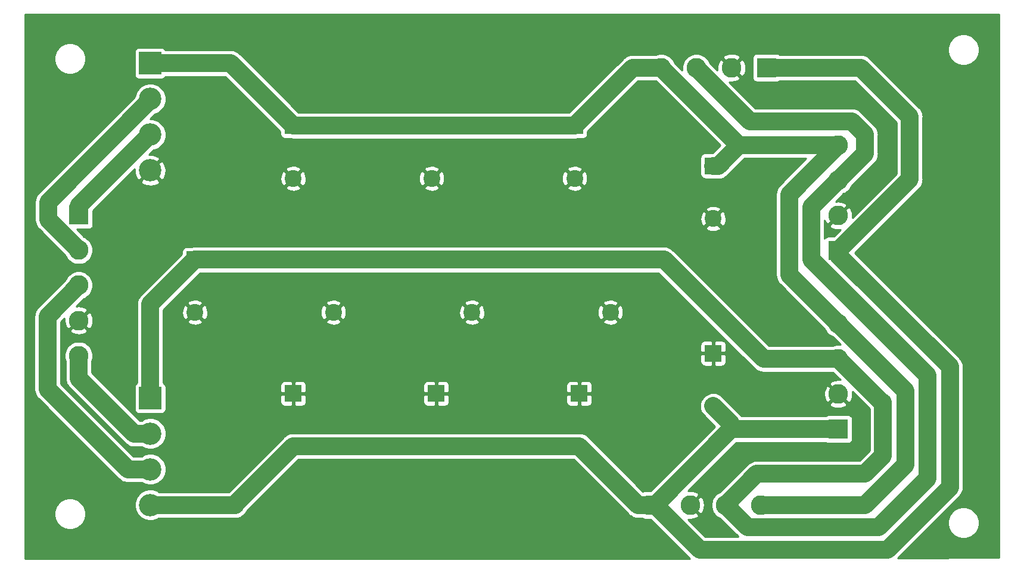
<source format=gbr>
%TF.GenerationSoftware,KiCad,Pcbnew,(5.1.10)-1*%
%TF.CreationDate,2021-09-27T18:55:40-04:00*%
%TF.ProjectId,noname,6e6f6e61-6d65-42e6-9b69-6361645f7063,rev?*%
%TF.SameCoordinates,Original*%
%TF.FileFunction,Copper,L1,Top*%
%TF.FilePolarity,Positive*%
%FSLAX46Y46*%
G04 Gerber Fmt 4.6, Leading zero omitted, Abs format (unit mm)*
G04 Created by KiCad (PCBNEW (5.1.10)-1) date 2021-09-27 18:55:40*
%MOMM*%
%LPD*%
G01*
G04 APERTURE LIST*
%TA.AperFunction,ComponentPad*%
%ADD10R,2.400000X2.400000*%
%TD*%
%TA.AperFunction,ComponentPad*%
%ADD11C,2.400000*%
%TD*%
%TA.AperFunction,ComponentPad*%
%ADD12C,3.200000*%
%TD*%
%TA.AperFunction,ComponentPad*%
%ADD13R,3.200000X3.200000*%
%TD*%
%TA.AperFunction,ComponentPad*%
%ADD14R,2.800000X2.800000*%
%TD*%
%TA.AperFunction,ComponentPad*%
%ADD15C,2.800000*%
%TD*%
%TA.AperFunction,Conductor*%
%ADD16C,2.500000*%
%TD*%
%TA.AperFunction,Conductor*%
%ADD17C,0.254000*%
%TD*%
%TA.AperFunction,Conductor*%
%ADD18C,0.100000*%
%TD*%
G04 APERTURE END LIST*
D10*
%TO.P,C12,1*%
%TO.N,GND*%
X257175000Y-116205000D03*
D11*
%TO.P,C12,2*%
%TO.N,Net-(C10-Pad2)*%
X257175000Y-123705000D03*
%TD*%
D10*
%TO.P,C4,1*%
%TO.N,Net-(C1-Pad1)*%
X237490000Y-83820000D03*
D11*
%TO.P,C4,2*%
%TO.N,GND*%
X237490000Y-91320000D03*
%TD*%
%TO.P,C1,2*%
%TO.N,GND*%
X257175000Y-97035000D03*
D10*
%TO.P,C1,1*%
%TO.N,Net-(C1-Pad1)*%
X257175000Y-89535000D03*
%TD*%
%TO.P,C2,1*%
%TO.N,Net-(C1-Pad1)*%
X197485000Y-83820000D03*
D11*
%TO.P,C2,2*%
%TO.N,GND*%
X197485000Y-91320000D03*
%TD*%
%TO.P,C3,2*%
%TO.N,GND*%
X217170000Y-91320000D03*
D10*
%TO.P,C3,1*%
%TO.N,Net-(C1-Pad1)*%
X217170000Y-83820000D03*
%TD*%
D11*
%TO.P,C5,2*%
%TO.N,GND*%
X222885000Y-110370000D03*
D10*
%TO.P,C5,1*%
%TO.N,Net-(C5-Pad1)*%
X222885000Y-102870000D03*
%TD*%
%TO.P,C6,1*%
%TO.N,Net-(C5-Pad1)*%
X203200000Y-102870000D03*
D11*
%TO.P,C6,2*%
%TO.N,GND*%
X203200000Y-110370000D03*
%TD*%
%TO.P,C7,2*%
%TO.N,GND*%
X183515000Y-110370000D03*
D10*
%TO.P,C7,1*%
%TO.N,Net-(C5-Pad1)*%
X183515000Y-102870000D03*
%TD*%
%TO.P,C8,1*%
%TO.N,Net-(C5-Pad1)*%
X242570000Y-102870000D03*
D11*
%TO.P,C8,2*%
%TO.N,GND*%
X242570000Y-110370000D03*
%TD*%
%TO.P,C9,2*%
%TO.N,Net-(C10-Pad2)*%
X238125000Y-129420000D03*
D10*
%TO.P,C9,1*%
%TO.N,GND*%
X238125000Y-121920000D03*
%TD*%
%TO.P,C10,1*%
%TO.N,GND*%
X197485000Y-121920000D03*
D11*
%TO.P,C10,2*%
%TO.N,Net-(C10-Pad2)*%
X197485000Y-129420000D03*
%TD*%
%TO.P,C11,2*%
%TO.N,Net-(C10-Pad2)*%
X217805000Y-129420000D03*
D10*
%TO.P,C11,1*%
%TO.N,GND*%
X217805000Y-121920000D03*
%TD*%
D12*
%TO.P,D1,4*%
%TO.N,Net-(C10-Pad2)*%
X177165000Y-137795000D03*
%TO.P,D1,3*%
%TO.N,Net-(D1-Pad3)*%
X177165000Y-132715000D03*
%TO.P,D1,2*%
%TO.N,Net-(D1-Pad2)*%
X177165000Y-127635000D03*
D13*
%TO.P,D1,1*%
%TO.N,Net-(C5-Pad1)*%
X177165000Y-122555000D03*
%TD*%
%TO.P,D2,1*%
%TO.N,Net-(C1-Pad1)*%
X177165000Y-74930000D03*
D12*
%TO.P,D2,2*%
%TO.N,Net-(D2-Pad2)*%
X177165000Y-80010000D03*
%TO.P,D2,3*%
%TO.N,Net-(D2-Pad3)*%
X177165000Y-85090000D03*
%TO.P,D2,4*%
%TO.N,GND*%
X177165000Y-90170000D03*
%TD*%
D14*
%TO.P,J1,1*%
%TO.N,Net-(D2-Pad3)*%
X167005000Y-96520000D03*
D15*
%TO.P,J1,2*%
%TO.N,Net-(D2-Pad2)*%
X167005000Y-101520000D03*
%TO.P,J1,3*%
%TO.N,Net-(D1-Pad3)*%
X167005000Y-106520000D03*
%TO.P,J1,4*%
%TO.N,GND*%
X167005000Y-111520000D03*
%TO.P,J1,5*%
%TO.N,Net-(D1-Pad2)*%
X167005000Y-116520000D03*
%TD*%
%TO.P,J2,4*%
%TO.N,Net-(C1-Pad1)*%
X249795000Y-75565000D03*
%TO.P,J2,3*%
%TO.N,Net-(C5-Pad1)*%
X254795000Y-75565000D03*
%TO.P,J2,2*%
%TO.N,GND*%
X259795000Y-75565000D03*
D14*
%TO.P,J2,1*%
%TO.N,Net-(C10-Pad2)*%
X264795000Y-75565000D03*
%TD*%
%TO.P,J3,1*%
%TO.N,Net-(C10-Pad2)*%
X248920000Y-137795000D03*
D15*
%TO.P,J3,2*%
%TO.N,GND*%
X253920000Y-137795000D03*
%TO.P,J3,3*%
%TO.N,Net-(C5-Pad1)*%
X258920000Y-137795000D03*
%TO.P,J3,4*%
%TO.N,Net-(C1-Pad1)*%
X263920000Y-137795000D03*
%TD*%
%TO.P,J4,4*%
%TO.N,Net-(C1-Pad1)*%
X274955000Y-86600000D03*
%TO.P,J4,3*%
%TO.N,Net-(C5-Pad1)*%
X274955000Y-91600000D03*
%TO.P,J4,2*%
%TO.N,GND*%
X274955000Y-96600000D03*
D14*
%TO.P,J4,1*%
%TO.N,Net-(C10-Pad2)*%
X274955000Y-101600000D03*
%TD*%
%TO.P,J5,1*%
%TO.N,Net-(C10-Pad2)*%
X274955000Y-127000000D03*
D15*
%TO.P,J5,2*%
%TO.N,GND*%
X274955000Y-122000000D03*
%TO.P,J5,3*%
%TO.N,Net-(C5-Pad1)*%
X274955000Y-117000000D03*
%TO.P,J5,4*%
%TO.N,Net-(C1-Pad1)*%
X274955000Y-112000000D03*
%TD*%
D16*
%TO.N,Net-(C1-Pad1)*%
X260830000Y-86600000D02*
X249795000Y-75565000D01*
X274955000Y-86600000D02*
X260830000Y-86600000D01*
X257895000Y-89535000D02*
X260830000Y-86600000D01*
X257175000Y-89535000D02*
X257895000Y-89535000D01*
X267970000Y-105015000D02*
X274955000Y-112000000D01*
X267970000Y-93585000D02*
X267970000Y-105015000D01*
X274955000Y-86600000D02*
X267970000Y-93585000D01*
X274955000Y-112000000D02*
X284480000Y-121525000D01*
X284480000Y-121525000D02*
X284480000Y-132080000D01*
X284480000Y-132080000D02*
X278765000Y-137795000D01*
X278765000Y-137795000D02*
X263920000Y-137795000D01*
X245745000Y-75565000D02*
X237490000Y-83820000D01*
X249795000Y-75565000D02*
X245745000Y-75565000D01*
X237490000Y-83820000D02*
X217170000Y-83820000D01*
X217170000Y-83820000D02*
X197485000Y-83820000D01*
X197485000Y-83820000D02*
X188595000Y-74930000D01*
X188595000Y-74930000D02*
X177165000Y-74930000D01*
%TO.N,Net-(C5-Pad1)*%
X271145000Y-95410000D02*
X274955000Y-91600000D01*
X271145000Y-102870000D02*
X271145000Y-95410000D01*
X287655000Y-119380000D02*
X271145000Y-102870000D01*
X280670000Y-140970000D02*
X287655000Y-133985000D01*
X287655000Y-133985000D02*
X287655000Y-119380000D01*
X262095000Y-140970000D02*
X280670000Y-140970000D01*
X258920000Y-137795000D02*
X262095000Y-140970000D01*
X274955000Y-91600000D02*
X278765000Y-87790000D01*
X278765000Y-87790000D02*
X278765000Y-85090000D01*
X278765000Y-85090000D02*
X276860000Y-83185000D01*
X262415000Y-83185000D02*
X254795000Y-75565000D01*
X276860000Y-83185000D02*
X262415000Y-83185000D01*
X258920000Y-137795000D02*
X263365000Y-133350000D01*
X263365000Y-133350000D02*
X278765000Y-133350000D01*
X278765000Y-133350000D02*
X281305000Y-130810000D01*
X281305000Y-130810000D02*
X281305000Y-123190000D01*
X281145000Y-123190000D02*
X274955000Y-117000000D01*
X281305000Y-123190000D02*
X281145000Y-123190000D01*
X274955000Y-117000000D02*
X264320000Y-117000000D01*
X250190000Y-102870000D02*
X242570000Y-102870000D01*
X264320000Y-117000000D02*
X250190000Y-102870000D01*
X242570000Y-102870000D02*
X222885000Y-102870000D01*
X203200000Y-102870000D02*
X222885000Y-102870000D01*
X203200000Y-102870000D02*
X183515000Y-102870000D01*
X177165000Y-109220000D02*
X183515000Y-102870000D01*
X177165000Y-122555000D02*
X177165000Y-109220000D01*
%TO.N,Net-(C10-Pad2)*%
X264795000Y-75565000D02*
X278130000Y-75565000D01*
X278130000Y-75565000D02*
X285115000Y-82550000D01*
X285115000Y-82550000D02*
X285115000Y-91440000D01*
X285115000Y-91440000D02*
X274955000Y-101600000D01*
X274955000Y-101600000D02*
X274955000Y-102235000D01*
X274955000Y-102235000D02*
X290830000Y-118110000D01*
X290830000Y-118110000D02*
X290830000Y-135255000D01*
X290830000Y-135255000D02*
X281940000Y-144145000D01*
X255270000Y-144145000D02*
X248920000Y-137795000D01*
X281940000Y-144145000D02*
X255270000Y-144145000D01*
X177165000Y-137795000D02*
X189230000Y-137795000D01*
X189230000Y-137675000D02*
X197485000Y-129420000D01*
X189230000Y-137795000D02*
X189230000Y-137675000D01*
X197485000Y-129420000D02*
X217805000Y-129420000D01*
X217805000Y-129420000D02*
X238125000Y-129420000D01*
X238125000Y-129420000D02*
X246500000Y-137795000D01*
X246500000Y-137795000D02*
X248920000Y-137795000D01*
X259715000Y-127000000D02*
X274955000Y-127000000D01*
X248920000Y-137795000D02*
X259715000Y-127000000D01*
X259715000Y-126245000D02*
X259715000Y-127000000D01*
X257175000Y-123705000D02*
X259715000Y-126245000D01*
%TO.N,Net-(D1-Pad3)*%
X162560000Y-110965000D02*
X167005000Y-106520000D01*
X162560000Y-121285000D02*
X162560000Y-110965000D01*
X173990000Y-132715000D02*
X162560000Y-121285000D01*
X177165000Y-132715000D02*
X173990000Y-132715000D01*
%TO.N,Net-(D1-Pad2)*%
X167005000Y-119737741D02*
X167005000Y-116520000D01*
X174902259Y-127635000D02*
X167005000Y-119737741D01*
X177165000Y-127635000D02*
X174902259Y-127635000D01*
%TO.N,Net-(D2-Pad2)*%
X167005000Y-101520000D02*
X162640000Y-97155000D01*
X162640000Y-97155000D02*
X162640000Y-94695000D01*
X177165000Y-80170000D02*
X177165000Y-80010000D01*
X162640000Y-94695000D02*
X177165000Y-80170000D01*
%TO.N,Net-(D2-Pad3)*%
X167005000Y-95250000D02*
X167005000Y-96520000D01*
X177165000Y-85090000D02*
X167005000Y-95250000D01*
%TD*%
D17*
%TO.N,GND*%
X297790000Y-145290999D02*
X283394359Y-145356433D01*
X288635920Y-140114872D01*
X290500000Y-140114872D01*
X290500000Y-140555128D01*
X290585890Y-140986925D01*
X290754369Y-141393669D01*
X290998962Y-141759729D01*
X291310271Y-142071038D01*
X291676331Y-142315631D01*
X292083075Y-142484110D01*
X292514872Y-142570000D01*
X292955128Y-142570000D01*
X293386925Y-142484110D01*
X293793669Y-142315631D01*
X294159729Y-142071038D01*
X294471038Y-141759729D01*
X294715631Y-141393669D01*
X294884110Y-140986925D01*
X294970000Y-140555128D01*
X294970000Y-140114872D01*
X294884110Y-139683075D01*
X294715631Y-139276331D01*
X294471038Y-138910271D01*
X294159729Y-138598962D01*
X293793669Y-138354369D01*
X293386925Y-138185890D01*
X292955128Y-138100000D01*
X292514872Y-138100000D01*
X292083075Y-138185890D01*
X291676331Y-138354369D01*
X291310271Y-138598962D01*
X290998962Y-138910271D01*
X290754369Y-139276331D01*
X290585890Y-139683075D01*
X290500000Y-140114872D01*
X288635920Y-140114872D01*
X292097423Y-136653370D01*
X292169345Y-136594345D01*
X292332944Y-136395000D01*
X292404903Y-136307317D01*
X292424572Y-136270518D01*
X292579939Y-135979848D01*
X292687725Y-135624524D01*
X292715000Y-135347597D01*
X292724120Y-135255000D01*
X292715000Y-135162403D01*
X292715000Y-118202586D01*
X292724119Y-118109999D01*
X292715000Y-118017412D01*
X292715000Y-118017403D01*
X292687725Y-117740476D01*
X292579939Y-117385152D01*
X292404903Y-117057683D01*
X292169345Y-116770655D01*
X292097423Y-116711630D01*
X277303292Y-101917500D01*
X286382423Y-92838370D01*
X286454345Y-92779345D01*
X286558595Y-92652317D01*
X286689903Y-92492317D01*
X286758091Y-92364746D01*
X286864939Y-92164848D01*
X286972725Y-91809524D01*
X287000000Y-91532597D01*
X287009120Y-91440000D01*
X287000000Y-91347403D01*
X287000000Y-82642597D01*
X287009120Y-82550000D01*
X286972725Y-82180476D01*
X286958227Y-82132682D01*
X286864939Y-81825152D01*
X286689903Y-81497683D01*
X286638511Y-81435062D01*
X286513372Y-81282579D01*
X286513370Y-81282577D01*
X286454345Y-81210655D01*
X286382423Y-81151630D01*
X279528374Y-74297582D01*
X279469345Y-74225655D01*
X279182317Y-73990097D01*
X278854848Y-73815061D01*
X278499524Y-73707275D01*
X278222597Y-73680000D01*
X278222589Y-73680000D01*
X278130000Y-73670881D01*
X278037411Y-73680000D01*
X266604981Y-73680000D01*
X266549494Y-73634463D01*
X266439180Y-73575498D01*
X266319482Y-73539188D01*
X266195000Y-73526928D01*
X263395000Y-73526928D01*
X263270518Y-73539188D01*
X263150820Y-73575498D01*
X263040506Y-73634463D01*
X262943815Y-73713815D01*
X262864463Y-73810506D01*
X262805498Y-73920820D01*
X262769188Y-74040518D01*
X262756928Y-74165000D01*
X262756928Y-76965000D01*
X262769188Y-77089482D01*
X262805498Y-77209180D01*
X262864463Y-77319494D01*
X262943815Y-77416185D01*
X263040506Y-77495537D01*
X263150820Y-77554502D01*
X263270518Y-77590812D01*
X263395000Y-77603072D01*
X266195000Y-77603072D01*
X266319482Y-77590812D01*
X266439180Y-77554502D01*
X266549494Y-77495537D01*
X266604981Y-77450000D01*
X277349208Y-77450000D01*
X283230000Y-83330793D01*
X283230001Y-90659206D01*
X276971839Y-96917369D01*
X276999310Y-96553223D01*
X276950904Y-96155296D01*
X276825795Y-95774460D01*
X276680770Y-95503135D01*
X276375447Y-95359158D01*
X275134605Y-96600000D01*
X275148748Y-96614143D01*
X274969143Y-96793748D01*
X274955000Y-96779605D01*
X273714158Y-98020447D01*
X273858135Y-98325770D01*
X274215892Y-98506597D01*
X274602053Y-98614155D01*
X275001777Y-98644310D01*
X275278568Y-98610640D01*
X274327280Y-99561928D01*
X273555000Y-99561928D01*
X273430518Y-99574188D01*
X273310820Y-99610498D01*
X273200506Y-99669463D01*
X273103815Y-99748815D01*
X273030000Y-99838759D01*
X273030000Y-97260538D01*
X273084205Y-97425540D01*
X273229230Y-97696865D01*
X273534553Y-97840842D01*
X274775395Y-96600000D01*
X274761253Y-96585858D01*
X274940858Y-96406253D01*
X274955000Y-96420395D01*
X276195842Y-95179553D01*
X276051865Y-94874230D01*
X275694108Y-94693403D01*
X275307947Y-94585845D01*
X274908223Y-94555690D01*
X274631432Y-94589360D01*
X275745604Y-93475189D01*
X275918934Y-93403393D01*
X276252237Y-93180687D01*
X276535687Y-92897237D01*
X276758393Y-92563934D01*
X276830189Y-92390603D01*
X280032423Y-89188370D01*
X280104345Y-89129345D01*
X280339903Y-88842317D01*
X280514939Y-88514848D01*
X280622725Y-88159524D01*
X280650000Y-87882597D01*
X280650000Y-87882596D01*
X280659120Y-87790000D01*
X280650000Y-87697403D01*
X280650000Y-85182589D01*
X280659119Y-85090000D01*
X280650000Y-84997411D01*
X280650000Y-84997403D01*
X280622725Y-84720476D01*
X280514939Y-84365152D01*
X280339903Y-84037683D01*
X280104345Y-83750655D01*
X280032423Y-83691630D01*
X278258374Y-81917582D01*
X278199345Y-81845655D01*
X277912317Y-81610097D01*
X277584848Y-81435061D01*
X277229524Y-81327275D01*
X276952597Y-81300000D01*
X276952589Y-81300000D01*
X276860000Y-81290881D01*
X276767411Y-81300000D01*
X263195793Y-81300000D01*
X259477631Y-77581839D01*
X259841777Y-77609310D01*
X260239704Y-77560904D01*
X260620540Y-77435795D01*
X260891865Y-77290770D01*
X261035842Y-76985447D01*
X259795000Y-75744605D01*
X259780858Y-75758748D01*
X259601253Y-75579143D01*
X259615395Y-75565000D01*
X259974605Y-75565000D01*
X261215447Y-76805842D01*
X261520770Y-76661865D01*
X261701597Y-76304108D01*
X261809155Y-75917947D01*
X261839310Y-75518223D01*
X261790904Y-75120296D01*
X261665795Y-74739460D01*
X261520770Y-74468135D01*
X261215447Y-74324158D01*
X259974605Y-75565000D01*
X259615395Y-75565000D01*
X258374553Y-74324158D01*
X258069230Y-74468135D01*
X257888403Y-74825892D01*
X257780845Y-75212053D01*
X257750690Y-75611777D01*
X257784360Y-75888568D01*
X256670189Y-74774397D01*
X256598393Y-74601066D01*
X256375687Y-74267763D01*
X256252477Y-74144553D01*
X258554158Y-74144553D01*
X259795000Y-75385395D01*
X261035842Y-74144553D01*
X260891865Y-73839230D01*
X260534108Y-73658403D01*
X260147947Y-73550845D01*
X259748223Y-73520690D01*
X259350296Y-73569096D01*
X258969460Y-73694205D01*
X258698135Y-73839230D01*
X258554158Y-74144553D01*
X256252477Y-74144553D01*
X256092237Y-73984313D01*
X255758934Y-73761607D01*
X255388587Y-73608204D01*
X254995430Y-73530000D01*
X254594570Y-73530000D01*
X254201413Y-73608204D01*
X253831066Y-73761607D01*
X253497763Y-73984313D01*
X253214313Y-74267763D01*
X252991607Y-74601066D01*
X252838204Y-74971413D01*
X252760000Y-75364570D01*
X252760000Y-75765430D01*
X252784527Y-75888735D01*
X251670189Y-74774397D01*
X251598393Y-74601066D01*
X251375687Y-74267763D01*
X251092237Y-73984313D01*
X250758934Y-73761607D01*
X250388587Y-73608204D01*
X249995430Y-73530000D01*
X249594570Y-73530000D01*
X249201413Y-73608204D01*
X249028082Y-73680000D01*
X245837589Y-73680000D01*
X245745000Y-73670881D01*
X245652411Y-73680000D01*
X245652403Y-73680000D01*
X245407662Y-73704105D01*
X245375475Y-73707275D01*
X245353916Y-73713815D01*
X245020152Y-73815061D01*
X244692683Y-73990097D01*
X244543979Y-74112136D01*
X244477579Y-74166628D01*
X244477577Y-74166630D01*
X244405655Y-74225655D01*
X244346630Y-74297577D01*
X236709208Y-81935000D01*
X198265793Y-81935000D01*
X189993374Y-73662582D01*
X189934345Y-73590655D01*
X189647317Y-73355097D01*
X189319848Y-73180061D01*
X188964524Y-73072275D01*
X188687597Y-73045000D01*
X188687589Y-73045000D01*
X188595000Y-73035881D01*
X188502411Y-73045000D01*
X179332683Y-73045000D01*
X179295537Y-72975506D01*
X179216185Y-72878815D01*
X179126085Y-72804872D01*
X290500000Y-72804872D01*
X290500000Y-73245128D01*
X290585890Y-73676925D01*
X290754369Y-74083669D01*
X290998962Y-74449729D01*
X291310271Y-74761038D01*
X291676331Y-75005631D01*
X292083075Y-75174110D01*
X292514872Y-75260000D01*
X292955128Y-75260000D01*
X293386925Y-75174110D01*
X293793669Y-75005631D01*
X294159729Y-74761038D01*
X294471038Y-74449729D01*
X294715631Y-74083669D01*
X294884110Y-73676925D01*
X294970000Y-73245128D01*
X294970000Y-72804872D01*
X294884110Y-72373075D01*
X294715631Y-71966331D01*
X294471038Y-71600271D01*
X294159729Y-71288962D01*
X293793669Y-71044369D01*
X293386925Y-70875890D01*
X292955128Y-70790000D01*
X292514872Y-70790000D01*
X292083075Y-70875890D01*
X291676331Y-71044369D01*
X291310271Y-71288962D01*
X290998962Y-71600271D01*
X290754369Y-71966331D01*
X290585890Y-72373075D01*
X290500000Y-72804872D01*
X179126085Y-72804872D01*
X179119494Y-72799463D01*
X179009180Y-72740498D01*
X178889482Y-72704188D01*
X178765000Y-72691928D01*
X175565000Y-72691928D01*
X175440518Y-72704188D01*
X175320820Y-72740498D01*
X175210506Y-72799463D01*
X175113815Y-72878815D01*
X175034463Y-72975506D01*
X174975498Y-73085820D01*
X174939188Y-73205518D01*
X174926928Y-73330000D01*
X174926928Y-76530000D01*
X174939188Y-76654482D01*
X174975498Y-76774180D01*
X175034463Y-76884494D01*
X175113815Y-76981185D01*
X175210506Y-77060537D01*
X175320820Y-77119502D01*
X175440518Y-77155812D01*
X175565000Y-77168072D01*
X178765000Y-77168072D01*
X178889482Y-77155812D01*
X179009180Y-77119502D01*
X179119494Y-77060537D01*
X179216185Y-76981185D01*
X179295537Y-76884494D01*
X179332683Y-76815000D01*
X187814208Y-76815000D01*
X195646928Y-84647721D01*
X195646928Y-85020000D01*
X195659188Y-85144482D01*
X195695498Y-85264180D01*
X195754463Y-85374494D01*
X195833815Y-85471185D01*
X195930506Y-85550537D01*
X196040820Y-85609502D01*
X196160518Y-85645812D01*
X196285000Y-85658072D01*
X197050689Y-85658072D01*
X197115476Y-85677725D01*
X197485000Y-85714120D01*
X197577597Y-85705000D01*
X237397411Y-85705000D01*
X237490000Y-85714119D01*
X237582589Y-85705000D01*
X237582597Y-85705000D01*
X237859524Y-85677725D01*
X237924311Y-85658072D01*
X238690000Y-85658072D01*
X238814482Y-85645812D01*
X238934180Y-85609502D01*
X239044494Y-85550537D01*
X239141185Y-85471185D01*
X239220537Y-85374494D01*
X239279502Y-85264180D01*
X239315812Y-85144482D01*
X239328072Y-85020000D01*
X239328072Y-84647720D01*
X246525793Y-77450000D01*
X249014208Y-77450000D01*
X258164207Y-86600000D01*
X257114208Y-87650000D01*
X257082403Y-87650000D01*
X256805476Y-87677275D01*
X256740689Y-87696928D01*
X255975000Y-87696928D01*
X255850518Y-87709188D01*
X255730820Y-87745498D01*
X255620506Y-87804463D01*
X255523815Y-87883815D01*
X255444463Y-87980506D01*
X255385498Y-88090820D01*
X255349188Y-88210518D01*
X255336928Y-88335000D01*
X255336928Y-89100689D01*
X255317275Y-89165476D01*
X255280880Y-89535000D01*
X255317275Y-89904524D01*
X255336928Y-89969311D01*
X255336928Y-90735000D01*
X255349188Y-90859482D01*
X255385498Y-90979180D01*
X255444463Y-91089494D01*
X255523815Y-91186185D01*
X255620506Y-91265537D01*
X255730820Y-91324502D01*
X255850518Y-91360812D01*
X255975000Y-91373072D01*
X256740689Y-91373072D01*
X256805476Y-91392725D01*
X257082403Y-91420000D01*
X257802411Y-91420000D01*
X257895000Y-91429119D01*
X257987589Y-91420000D01*
X257987597Y-91420000D01*
X258264524Y-91392725D01*
X258329311Y-91373072D01*
X258375000Y-91373072D01*
X258499482Y-91360812D01*
X258619180Y-91324502D01*
X258729494Y-91265537D01*
X258826185Y-91186185D01*
X258843050Y-91165635D01*
X258947317Y-91109903D01*
X259234345Y-90874345D01*
X259293374Y-90802418D01*
X261610793Y-88485000D01*
X270404207Y-88485000D01*
X266702582Y-92186626D01*
X266630655Y-92245655D01*
X266395097Y-92532683D01*
X266220061Y-92860153D01*
X266112275Y-93215477D01*
X266085000Y-93492404D01*
X266085000Y-93492411D01*
X266075881Y-93585000D01*
X266085000Y-93677589D01*
X266085001Y-104922401D01*
X266075881Y-105015000D01*
X266112275Y-105384524D01*
X266220062Y-105739848D01*
X266395098Y-106067317D01*
X266571628Y-106282420D01*
X266571631Y-106282423D01*
X266630656Y-106354345D01*
X266702577Y-106413369D01*
X273079811Y-112790604D01*
X273151607Y-112963934D01*
X273374313Y-113297237D01*
X273657763Y-113580687D01*
X273991066Y-113803393D01*
X274164397Y-113875189D01*
X275278735Y-114989527D01*
X275155430Y-114965000D01*
X274754570Y-114965000D01*
X274361413Y-115043204D01*
X274188082Y-115115000D01*
X265100793Y-115115000D01*
X251588374Y-101602582D01*
X251529345Y-101530655D01*
X251242317Y-101295097D01*
X250914848Y-101120061D01*
X250559524Y-101012275D01*
X250282597Y-100985000D01*
X250282589Y-100985000D01*
X250190000Y-100975881D01*
X250097411Y-100985000D01*
X183607586Y-100985000D01*
X183514999Y-100975881D01*
X183422412Y-100985000D01*
X183422403Y-100985000D01*
X183145476Y-101012275D01*
X183080689Y-101031928D01*
X182315000Y-101031928D01*
X182190518Y-101044188D01*
X182070820Y-101080498D01*
X181960506Y-101139463D01*
X181863815Y-101218815D01*
X181784463Y-101315506D01*
X181725498Y-101425820D01*
X181689188Y-101545518D01*
X181676928Y-101670000D01*
X181676928Y-102042279D01*
X175897577Y-107821631D01*
X175825656Y-107880655D01*
X175766631Y-107952577D01*
X175766628Y-107952580D01*
X175590098Y-108167683D01*
X175415062Y-108495152D01*
X175307275Y-108850476D01*
X175270881Y-109220000D01*
X175280001Y-109312599D01*
X175280000Y-120387317D01*
X175210506Y-120424463D01*
X175113815Y-120503815D01*
X175034463Y-120600506D01*
X174975498Y-120710820D01*
X174939188Y-120830518D01*
X174926928Y-120955000D01*
X174926928Y-124155000D01*
X174939188Y-124279482D01*
X174975498Y-124399180D01*
X175034463Y-124509494D01*
X175113815Y-124606185D01*
X175210506Y-124685537D01*
X175320820Y-124744502D01*
X175440518Y-124780812D01*
X175565000Y-124793072D01*
X178765000Y-124793072D01*
X178889482Y-124780812D01*
X179009180Y-124744502D01*
X179119494Y-124685537D01*
X179216185Y-124606185D01*
X179295537Y-124509494D01*
X179354502Y-124399180D01*
X179390812Y-124279482D01*
X179403072Y-124155000D01*
X179403072Y-123120000D01*
X195646928Y-123120000D01*
X195659188Y-123244482D01*
X195695498Y-123364180D01*
X195754463Y-123474494D01*
X195833815Y-123571185D01*
X195930506Y-123650537D01*
X196040820Y-123709502D01*
X196160518Y-123745812D01*
X196285000Y-123758072D01*
X197199250Y-123755000D01*
X197358000Y-123596250D01*
X197358000Y-122047000D01*
X197612000Y-122047000D01*
X197612000Y-123596250D01*
X197770750Y-123755000D01*
X198685000Y-123758072D01*
X198809482Y-123745812D01*
X198929180Y-123709502D01*
X199039494Y-123650537D01*
X199136185Y-123571185D01*
X199215537Y-123474494D01*
X199274502Y-123364180D01*
X199310812Y-123244482D01*
X199323072Y-123120000D01*
X215966928Y-123120000D01*
X215979188Y-123244482D01*
X216015498Y-123364180D01*
X216074463Y-123474494D01*
X216153815Y-123571185D01*
X216250506Y-123650537D01*
X216360820Y-123709502D01*
X216480518Y-123745812D01*
X216605000Y-123758072D01*
X217519250Y-123755000D01*
X217678000Y-123596250D01*
X217678000Y-122047000D01*
X217932000Y-122047000D01*
X217932000Y-123596250D01*
X218090750Y-123755000D01*
X219005000Y-123758072D01*
X219129482Y-123745812D01*
X219249180Y-123709502D01*
X219359494Y-123650537D01*
X219456185Y-123571185D01*
X219535537Y-123474494D01*
X219594502Y-123364180D01*
X219630812Y-123244482D01*
X219643072Y-123120000D01*
X236286928Y-123120000D01*
X236299188Y-123244482D01*
X236335498Y-123364180D01*
X236394463Y-123474494D01*
X236473815Y-123571185D01*
X236570506Y-123650537D01*
X236680820Y-123709502D01*
X236800518Y-123745812D01*
X236925000Y-123758072D01*
X237839250Y-123755000D01*
X237998000Y-123596250D01*
X237998000Y-122047000D01*
X238252000Y-122047000D01*
X238252000Y-123596250D01*
X238410750Y-123755000D01*
X239325000Y-123758072D01*
X239449482Y-123745812D01*
X239569180Y-123709502D01*
X239679494Y-123650537D01*
X239776185Y-123571185D01*
X239855537Y-123474494D01*
X239914502Y-123364180D01*
X239950812Y-123244482D01*
X239963072Y-123120000D01*
X239960000Y-122205750D01*
X239801250Y-122047000D01*
X238252000Y-122047000D01*
X237998000Y-122047000D01*
X236448750Y-122047000D01*
X236290000Y-122205750D01*
X236286928Y-123120000D01*
X219643072Y-123120000D01*
X219640000Y-122205750D01*
X219481250Y-122047000D01*
X217932000Y-122047000D01*
X217678000Y-122047000D01*
X216128750Y-122047000D01*
X215970000Y-122205750D01*
X215966928Y-123120000D01*
X199323072Y-123120000D01*
X199320000Y-122205750D01*
X199161250Y-122047000D01*
X197612000Y-122047000D01*
X197358000Y-122047000D01*
X195808750Y-122047000D01*
X195650000Y-122205750D01*
X195646928Y-123120000D01*
X179403072Y-123120000D01*
X179403072Y-120955000D01*
X179390812Y-120830518D01*
X179357287Y-120720000D01*
X195646928Y-120720000D01*
X195650000Y-121634250D01*
X195808750Y-121793000D01*
X197358000Y-121793000D01*
X197358000Y-120243750D01*
X197612000Y-120243750D01*
X197612000Y-121793000D01*
X199161250Y-121793000D01*
X199320000Y-121634250D01*
X199323072Y-120720000D01*
X215966928Y-120720000D01*
X215970000Y-121634250D01*
X216128750Y-121793000D01*
X217678000Y-121793000D01*
X217678000Y-120243750D01*
X217932000Y-120243750D01*
X217932000Y-121793000D01*
X219481250Y-121793000D01*
X219640000Y-121634250D01*
X219643072Y-120720000D01*
X236286928Y-120720000D01*
X236290000Y-121634250D01*
X236448750Y-121793000D01*
X237998000Y-121793000D01*
X237998000Y-120243750D01*
X238252000Y-120243750D01*
X238252000Y-121793000D01*
X239801250Y-121793000D01*
X239960000Y-121634250D01*
X239963072Y-120720000D01*
X239950812Y-120595518D01*
X239914502Y-120475820D01*
X239855537Y-120365506D01*
X239776185Y-120268815D01*
X239679494Y-120189463D01*
X239569180Y-120130498D01*
X239449482Y-120094188D01*
X239325000Y-120081928D01*
X238410750Y-120085000D01*
X238252000Y-120243750D01*
X237998000Y-120243750D01*
X237839250Y-120085000D01*
X236925000Y-120081928D01*
X236800518Y-120094188D01*
X236680820Y-120130498D01*
X236570506Y-120189463D01*
X236473815Y-120268815D01*
X236394463Y-120365506D01*
X236335498Y-120475820D01*
X236299188Y-120595518D01*
X236286928Y-120720000D01*
X219643072Y-120720000D01*
X219630812Y-120595518D01*
X219594502Y-120475820D01*
X219535537Y-120365506D01*
X219456185Y-120268815D01*
X219359494Y-120189463D01*
X219249180Y-120130498D01*
X219129482Y-120094188D01*
X219005000Y-120081928D01*
X218090750Y-120085000D01*
X217932000Y-120243750D01*
X217678000Y-120243750D01*
X217519250Y-120085000D01*
X216605000Y-120081928D01*
X216480518Y-120094188D01*
X216360820Y-120130498D01*
X216250506Y-120189463D01*
X216153815Y-120268815D01*
X216074463Y-120365506D01*
X216015498Y-120475820D01*
X215979188Y-120595518D01*
X215966928Y-120720000D01*
X199323072Y-120720000D01*
X199310812Y-120595518D01*
X199274502Y-120475820D01*
X199215537Y-120365506D01*
X199136185Y-120268815D01*
X199039494Y-120189463D01*
X198929180Y-120130498D01*
X198809482Y-120094188D01*
X198685000Y-120081928D01*
X197770750Y-120085000D01*
X197612000Y-120243750D01*
X197358000Y-120243750D01*
X197199250Y-120085000D01*
X196285000Y-120081928D01*
X196160518Y-120094188D01*
X196040820Y-120130498D01*
X195930506Y-120189463D01*
X195833815Y-120268815D01*
X195754463Y-120365506D01*
X195695498Y-120475820D01*
X195659188Y-120595518D01*
X195646928Y-120720000D01*
X179357287Y-120720000D01*
X179354502Y-120710820D01*
X179295537Y-120600506D01*
X179216185Y-120503815D01*
X179119494Y-120424463D01*
X179050000Y-120387317D01*
X179050000Y-117405000D01*
X255336928Y-117405000D01*
X255349188Y-117529482D01*
X255385498Y-117649180D01*
X255444463Y-117759494D01*
X255523815Y-117856185D01*
X255620506Y-117935537D01*
X255730820Y-117994502D01*
X255850518Y-118030812D01*
X255975000Y-118043072D01*
X256889250Y-118040000D01*
X257048000Y-117881250D01*
X257048000Y-116332000D01*
X257302000Y-116332000D01*
X257302000Y-117881250D01*
X257460750Y-118040000D01*
X258375000Y-118043072D01*
X258499482Y-118030812D01*
X258619180Y-117994502D01*
X258729494Y-117935537D01*
X258826185Y-117856185D01*
X258905537Y-117759494D01*
X258964502Y-117649180D01*
X259000812Y-117529482D01*
X259013072Y-117405000D01*
X259010000Y-116490750D01*
X258851250Y-116332000D01*
X257302000Y-116332000D01*
X257048000Y-116332000D01*
X255498750Y-116332000D01*
X255340000Y-116490750D01*
X255336928Y-117405000D01*
X179050000Y-117405000D01*
X179050000Y-115005000D01*
X255336928Y-115005000D01*
X255340000Y-115919250D01*
X255498750Y-116078000D01*
X257048000Y-116078000D01*
X257048000Y-114528750D01*
X257302000Y-114528750D01*
X257302000Y-116078000D01*
X258851250Y-116078000D01*
X259010000Y-115919250D01*
X259013072Y-115005000D01*
X259000812Y-114880518D01*
X258964502Y-114760820D01*
X258905537Y-114650506D01*
X258826185Y-114553815D01*
X258729494Y-114474463D01*
X258619180Y-114415498D01*
X258499482Y-114379188D01*
X258375000Y-114366928D01*
X257460750Y-114370000D01*
X257302000Y-114528750D01*
X257048000Y-114528750D01*
X256889250Y-114370000D01*
X255975000Y-114366928D01*
X255850518Y-114379188D01*
X255730820Y-114415498D01*
X255620506Y-114474463D01*
X255523815Y-114553815D01*
X255444463Y-114650506D01*
X255385498Y-114760820D01*
X255349188Y-114880518D01*
X255336928Y-115005000D01*
X179050000Y-115005000D01*
X179050000Y-111647980D01*
X182416626Y-111647980D01*
X182536514Y-111932836D01*
X182860210Y-112093699D01*
X183209069Y-112188322D01*
X183569684Y-112213067D01*
X183928198Y-112166985D01*
X184270833Y-112051846D01*
X184493486Y-111932836D01*
X184613374Y-111647980D01*
X202101626Y-111647980D01*
X202221514Y-111932836D01*
X202545210Y-112093699D01*
X202894069Y-112188322D01*
X203254684Y-112213067D01*
X203613198Y-112166985D01*
X203955833Y-112051846D01*
X204178486Y-111932836D01*
X204298374Y-111647980D01*
X221786626Y-111647980D01*
X221906514Y-111932836D01*
X222230210Y-112093699D01*
X222579069Y-112188322D01*
X222939684Y-112213067D01*
X223298198Y-112166985D01*
X223640833Y-112051846D01*
X223863486Y-111932836D01*
X223983374Y-111647980D01*
X241471626Y-111647980D01*
X241591514Y-111932836D01*
X241915210Y-112093699D01*
X242264069Y-112188322D01*
X242624684Y-112213067D01*
X242983198Y-112166985D01*
X243325833Y-112051846D01*
X243548486Y-111932836D01*
X243668374Y-111647980D01*
X242570000Y-110549605D01*
X241471626Y-111647980D01*
X223983374Y-111647980D01*
X222885000Y-110549605D01*
X221786626Y-111647980D01*
X204298374Y-111647980D01*
X203200000Y-110549605D01*
X202101626Y-111647980D01*
X184613374Y-111647980D01*
X183515000Y-110549605D01*
X182416626Y-111647980D01*
X179050000Y-111647980D01*
X179050000Y-110424684D01*
X181671933Y-110424684D01*
X181718015Y-110783198D01*
X181833154Y-111125833D01*
X181952164Y-111348486D01*
X182237020Y-111468374D01*
X183335395Y-110370000D01*
X183694605Y-110370000D01*
X184792980Y-111468374D01*
X185077836Y-111348486D01*
X185238699Y-111024790D01*
X185333322Y-110675931D01*
X185350562Y-110424684D01*
X201356933Y-110424684D01*
X201403015Y-110783198D01*
X201518154Y-111125833D01*
X201637164Y-111348486D01*
X201922020Y-111468374D01*
X203020395Y-110370000D01*
X203379605Y-110370000D01*
X204477980Y-111468374D01*
X204762836Y-111348486D01*
X204923699Y-111024790D01*
X205018322Y-110675931D01*
X205035562Y-110424684D01*
X221041933Y-110424684D01*
X221088015Y-110783198D01*
X221203154Y-111125833D01*
X221322164Y-111348486D01*
X221607020Y-111468374D01*
X222705395Y-110370000D01*
X223064605Y-110370000D01*
X224162980Y-111468374D01*
X224447836Y-111348486D01*
X224608699Y-111024790D01*
X224703322Y-110675931D01*
X224720562Y-110424684D01*
X240726933Y-110424684D01*
X240773015Y-110783198D01*
X240888154Y-111125833D01*
X241007164Y-111348486D01*
X241292020Y-111468374D01*
X242390395Y-110370000D01*
X242749605Y-110370000D01*
X243847980Y-111468374D01*
X244132836Y-111348486D01*
X244293699Y-111024790D01*
X244388322Y-110675931D01*
X244413067Y-110315316D01*
X244366985Y-109956802D01*
X244251846Y-109614167D01*
X244132836Y-109391514D01*
X243847980Y-109271626D01*
X242749605Y-110370000D01*
X242390395Y-110370000D01*
X241292020Y-109271626D01*
X241007164Y-109391514D01*
X240846301Y-109715210D01*
X240751678Y-110064069D01*
X240726933Y-110424684D01*
X224720562Y-110424684D01*
X224728067Y-110315316D01*
X224681985Y-109956802D01*
X224566846Y-109614167D01*
X224447836Y-109391514D01*
X224162980Y-109271626D01*
X223064605Y-110370000D01*
X222705395Y-110370000D01*
X221607020Y-109271626D01*
X221322164Y-109391514D01*
X221161301Y-109715210D01*
X221066678Y-110064069D01*
X221041933Y-110424684D01*
X205035562Y-110424684D01*
X205043067Y-110315316D01*
X204996985Y-109956802D01*
X204881846Y-109614167D01*
X204762836Y-109391514D01*
X204477980Y-109271626D01*
X203379605Y-110370000D01*
X203020395Y-110370000D01*
X201922020Y-109271626D01*
X201637164Y-109391514D01*
X201476301Y-109715210D01*
X201381678Y-110064069D01*
X201356933Y-110424684D01*
X185350562Y-110424684D01*
X185358067Y-110315316D01*
X185311985Y-109956802D01*
X185196846Y-109614167D01*
X185077836Y-109391514D01*
X184792980Y-109271626D01*
X183694605Y-110370000D01*
X183335395Y-110370000D01*
X182237020Y-109271626D01*
X181952164Y-109391514D01*
X181791301Y-109715210D01*
X181696678Y-110064069D01*
X181671933Y-110424684D01*
X179050000Y-110424684D01*
X179050000Y-110000792D01*
X179958772Y-109092020D01*
X182416626Y-109092020D01*
X183515000Y-110190395D01*
X184613374Y-109092020D01*
X202101626Y-109092020D01*
X203200000Y-110190395D01*
X204298374Y-109092020D01*
X221786626Y-109092020D01*
X222885000Y-110190395D01*
X223983374Y-109092020D01*
X241471626Y-109092020D01*
X242570000Y-110190395D01*
X243668374Y-109092020D01*
X243548486Y-108807164D01*
X243224790Y-108646301D01*
X242875931Y-108551678D01*
X242515316Y-108526933D01*
X242156802Y-108573015D01*
X241814167Y-108688154D01*
X241591514Y-108807164D01*
X241471626Y-109092020D01*
X223983374Y-109092020D01*
X223863486Y-108807164D01*
X223539790Y-108646301D01*
X223190931Y-108551678D01*
X222830316Y-108526933D01*
X222471802Y-108573015D01*
X222129167Y-108688154D01*
X221906514Y-108807164D01*
X221786626Y-109092020D01*
X204298374Y-109092020D01*
X204178486Y-108807164D01*
X203854790Y-108646301D01*
X203505931Y-108551678D01*
X203145316Y-108526933D01*
X202786802Y-108573015D01*
X202444167Y-108688154D01*
X202221514Y-108807164D01*
X202101626Y-109092020D01*
X184613374Y-109092020D01*
X184493486Y-108807164D01*
X184169790Y-108646301D01*
X183820931Y-108551678D01*
X183460316Y-108526933D01*
X183101802Y-108573015D01*
X182759167Y-108688154D01*
X182536514Y-108807164D01*
X182416626Y-109092020D01*
X179958772Y-109092020D01*
X184295793Y-104755000D01*
X249409208Y-104755000D01*
X262921630Y-118267423D01*
X262980655Y-118339345D01*
X263052577Y-118398370D01*
X263052579Y-118398372D01*
X263148139Y-118476796D01*
X263267683Y-118574903D01*
X263595152Y-118749939D01*
X263950476Y-118857725D01*
X264320000Y-118894120D01*
X264412597Y-118885000D01*
X274174208Y-118885000D01*
X275272369Y-119983161D01*
X274908223Y-119955690D01*
X274510296Y-120004096D01*
X274129460Y-120129205D01*
X273858135Y-120274230D01*
X273714158Y-120579553D01*
X274955000Y-121820395D01*
X274969143Y-121806253D01*
X275148748Y-121985858D01*
X275134605Y-122000000D01*
X276375447Y-123240842D01*
X276680770Y-123096865D01*
X276861597Y-122739108D01*
X276969155Y-122352947D01*
X276999310Y-121953223D01*
X276965640Y-121676432D01*
X279420001Y-124130794D01*
X279420000Y-130029208D01*
X277984208Y-131465000D01*
X263457586Y-131465000D01*
X263364999Y-131455881D01*
X263272412Y-131465000D01*
X263272403Y-131465000D01*
X262995476Y-131492275D01*
X262640152Y-131600061D01*
X262312683Y-131775097D01*
X262312681Y-131775098D01*
X262312682Y-131775098D01*
X262097579Y-131951628D01*
X262097577Y-131951630D01*
X262025655Y-132010655D01*
X261966630Y-132082577D01*
X258129397Y-135919811D01*
X257956066Y-135991607D01*
X257622763Y-136214313D01*
X257339313Y-136497763D01*
X257116607Y-136831066D01*
X256963204Y-137201413D01*
X256885000Y-137594570D01*
X256885000Y-137995430D01*
X256963204Y-138388587D01*
X257116607Y-138758934D01*
X257339313Y-139092237D01*
X257622763Y-139375687D01*
X257956066Y-139598393D01*
X258129397Y-139670189D01*
X260696630Y-142237423D01*
X260715159Y-142260000D01*
X256050793Y-142260000D01*
X253602632Y-139811839D01*
X253966777Y-139839310D01*
X254364704Y-139790904D01*
X254745540Y-139665795D01*
X255016865Y-139520770D01*
X255160842Y-139215447D01*
X253920000Y-137974605D01*
X253905858Y-137988748D01*
X253726253Y-137809143D01*
X253740395Y-137795000D01*
X254099605Y-137795000D01*
X255340447Y-139035842D01*
X255645770Y-138891865D01*
X255826597Y-138534108D01*
X255934155Y-138147947D01*
X255964310Y-137748223D01*
X255915904Y-137350296D01*
X255790795Y-136969460D01*
X255645770Y-136698135D01*
X255340447Y-136554158D01*
X254099605Y-137795000D01*
X253740395Y-137795000D01*
X253726253Y-137780858D01*
X253905858Y-137601253D01*
X253920000Y-137615395D01*
X255160842Y-136374553D01*
X255016865Y-136069230D01*
X254659108Y-135888403D01*
X254272947Y-135780845D01*
X253873223Y-135750690D01*
X253596432Y-135784360D01*
X260495792Y-128885000D01*
X273145019Y-128885000D01*
X273200506Y-128930537D01*
X273310820Y-128989502D01*
X273430518Y-129025812D01*
X273555000Y-129038072D01*
X276355000Y-129038072D01*
X276479482Y-129025812D01*
X276599180Y-128989502D01*
X276709494Y-128930537D01*
X276806185Y-128851185D01*
X276885537Y-128754494D01*
X276944502Y-128644180D01*
X276980812Y-128524482D01*
X276993072Y-128400000D01*
X276993072Y-125600000D01*
X276980812Y-125475518D01*
X276944502Y-125355820D01*
X276885537Y-125245506D01*
X276806185Y-125148815D01*
X276709494Y-125069463D01*
X276599180Y-125010498D01*
X276479482Y-124974188D01*
X276355000Y-124961928D01*
X273555000Y-124961928D01*
X273430518Y-124974188D01*
X273310820Y-125010498D01*
X273200506Y-125069463D01*
X273145019Y-125115000D01*
X261226150Y-125115000D01*
X261054345Y-124905655D01*
X260982418Y-124846626D01*
X259556239Y-123420447D01*
X273714158Y-123420447D01*
X273858135Y-123725770D01*
X274215892Y-123906597D01*
X274602053Y-124014155D01*
X275001777Y-124044310D01*
X275399704Y-123995904D01*
X275780540Y-123870795D01*
X276051865Y-123725770D01*
X276195842Y-123420447D01*
X274955000Y-122179605D01*
X273714158Y-123420447D01*
X259556239Y-123420447D01*
X258442420Y-122306628D01*
X258227317Y-122130098D01*
X258071435Y-122046777D01*
X272910690Y-122046777D01*
X272959096Y-122444704D01*
X273084205Y-122825540D01*
X273229230Y-123096865D01*
X273534553Y-123240842D01*
X274775395Y-122000000D01*
X273534553Y-120759158D01*
X273229230Y-120903135D01*
X273048403Y-121260892D01*
X272940845Y-121647053D01*
X272910690Y-122046777D01*
X258071435Y-122046777D01*
X257899848Y-121955062D01*
X257544524Y-121847275D01*
X257175000Y-121810881D01*
X256805476Y-121847275D01*
X256450152Y-121955062D01*
X256122683Y-122130098D01*
X255835655Y-122365655D01*
X255600098Y-122652683D01*
X255425062Y-122980152D01*
X255317275Y-123335476D01*
X255280881Y-123705000D01*
X255317275Y-124074524D01*
X255425062Y-124429848D01*
X255600098Y-124757317D01*
X255776628Y-124972420D01*
X257426708Y-126622500D01*
X248292280Y-135756928D01*
X247520000Y-135756928D01*
X247395518Y-135769188D01*
X247275820Y-135805498D01*
X247210960Y-135840167D01*
X239523374Y-128152582D01*
X239464345Y-128080655D01*
X239177317Y-127845097D01*
X238849848Y-127670061D01*
X238494524Y-127562275D01*
X238217597Y-127535000D01*
X238217589Y-127535000D01*
X238125000Y-127525881D01*
X238032411Y-127535000D01*
X197577589Y-127535000D01*
X197485000Y-127525881D01*
X197392411Y-127535000D01*
X197392403Y-127535000D01*
X197147662Y-127559105D01*
X197115475Y-127562275D01*
X197042724Y-127584344D01*
X196760152Y-127670061D01*
X196432683Y-127845097D01*
X196283979Y-127967136D01*
X196217579Y-128021628D01*
X196217577Y-128021630D01*
X196145655Y-128080655D01*
X196086630Y-128152577D01*
X188329208Y-135910000D01*
X178366791Y-135910000D01*
X178223669Y-135814369D01*
X177816925Y-135645890D01*
X177385128Y-135560000D01*
X176944872Y-135560000D01*
X176513075Y-135645890D01*
X176106331Y-135814369D01*
X175740271Y-136058962D01*
X175428962Y-136370271D01*
X175184369Y-136736331D01*
X175015890Y-137143075D01*
X174930000Y-137574872D01*
X174930000Y-138015128D01*
X175015890Y-138446925D01*
X175184369Y-138853669D01*
X175428962Y-139219729D01*
X175740271Y-139531038D01*
X176106331Y-139775631D01*
X176513075Y-139944110D01*
X176944872Y-140030000D01*
X177385128Y-140030000D01*
X177816925Y-139944110D01*
X178223669Y-139775631D01*
X178366791Y-139680000D01*
X189137403Y-139680000D01*
X189230000Y-139689120D01*
X189322597Y-139680000D01*
X189599524Y-139652725D01*
X189954848Y-139544939D01*
X190282317Y-139369903D01*
X190569345Y-139134345D01*
X190804903Y-138847317D01*
X190898405Y-138672387D01*
X198265793Y-131305000D01*
X237344208Y-131305000D01*
X245101630Y-139062423D01*
X245160655Y-139134345D01*
X245232577Y-139193370D01*
X245232579Y-139193372D01*
X245265100Y-139220061D01*
X245447683Y-139369903D01*
X245775152Y-139544939D01*
X246130476Y-139652725D01*
X246500000Y-139689120D01*
X246592597Y-139680000D01*
X247110019Y-139680000D01*
X247165506Y-139725537D01*
X247275820Y-139784502D01*
X247395518Y-139820812D01*
X247520000Y-139833072D01*
X248292280Y-139833072D01*
X253849207Y-145390000D01*
X159410000Y-145390000D01*
X159410000Y-138844872D01*
X163500000Y-138844872D01*
X163500000Y-139285128D01*
X163585890Y-139716925D01*
X163754369Y-140123669D01*
X163998962Y-140489729D01*
X164310271Y-140801038D01*
X164676331Y-141045631D01*
X165083075Y-141214110D01*
X165514872Y-141300000D01*
X165955128Y-141300000D01*
X166386925Y-141214110D01*
X166793669Y-141045631D01*
X167159729Y-140801038D01*
X167471038Y-140489729D01*
X167715631Y-140123669D01*
X167884110Y-139716925D01*
X167970000Y-139285128D01*
X167970000Y-138844872D01*
X167884110Y-138413075D01*
X167715631Y-138006331D01*
X167471038Y-137640271D01*
X167159729Y-137328962D01*
X166793669Y-137084369D01*
X166386925Y-136915890D01*
X165955128Y-136830000D01*
X165514872Y-136830000D01*
X165083075Y-136915890D01*
X164676331Y-137084369D01*
X164310271Y-137328962D01*
X163998962Y-137640271D01*
X163754369Y-138006331D01*
X163585890Y-138413075D01*
X163500000Y-138844872D01*
X159410000Y-138844872D01*
X159410000Y-110965000D01*
X160665881Y-110965000D01*
X160675001Y-111057599D01*
X160675000Y-121192411D01*
X160665881Y-121285000D01*
X160675000Y-121377589D01*
X160675000Y-121377596D01*
X160702275Y-121654523D01*
X160810061Y-122009847D01*
X160985097Y-122337317D01*
X161220655Y-122624345D01*
X161292582Y-122683374D01*
X172591630Y-133982423D01*
X172650655Y-134054345D01*
X172722577Y-134113370D01*
X172722579Y-134113372D01*
X172831405Y-134202683D01*
X172937683Y-134289903D01*
X173265152Y-134464939D01*
X173480128Y-134530151D01*
X173620475Y-134572725D01*
X173655732Y-134576197D01*
X173897403Y-134600000D01*
X173897410Y-134600000D01*
X173989999Y-134609119D01*
X174082588Y-134600000D01*
X175963209Y-134600000D01*
X176106331Y-134695631D01*
X176513075Y-134864110D01*
X176944872Y-134950000D01*
X177385128Y-134950000D01*
X177816925Y-134864110D01*
X178223669Y-134695631D01*
X178589729Y-134451038D01*
X178901038Y-134139729D01*
X179145631Y-133773669D01*
X179314110Y-133366925D01*
X179400000Y-132935128D01*
X179400000Y-132494872D01*
X179314110Y-132063075D01*
X179145631Y-131656331D01*
X178901038Y-131290271D01*
X178589729Y-130978962D01*
X178223669Y-130734369D01*
X177816925Y-130565890D01*
X177385128Y-130480000D01*
X176944872Y-130480000D01*
X176513075Y-130565890D01*
X176106331Y-130734369D01*
X175963209Y-130830000D01*
X174770793Y-130830000D01*
X164445000Y-120504208D01*
X164445000Y-116319570D01*
X164970000Y-116319570D01*
X164970000Y-116720430D01*
X165048204Y-117113587D01*
X165120001Y-117286919D01*
X165120000Y-119645151D01*
X165110881Y-119737741D01*
X165120000Y-119830330D01*
X165120000Y-119830337D01*
X165135316Y-119985845D01*
X165147275Y-120107265D01*
X165172210Y-120189463D01*
X165255061Y-120462588D01*
X165430097Y-120790058D01*
X165665655Y-121077086D01*
X165737582Y-121136115D01*
X173503889Y-128902423D01*
X173562914Y-128974345D01*
X173634836Y-129033370D01*
X173634838Y-129033372D01*
X173667360Y-129060062D01*
X173849942Y-129209903D01*
X174177411Y-129384939D01*
X174459983Y-129470656D01*
X174532735Y-129492725D01*
X174902259Y-129529120D01*
X174994856Y-129520000D01*
X175963209Y-129520000D01*
X176106331Y-129615631D01*
X176513075Y-129784110D01*
X176944872Y-129870000D01*
X177385128Y-129870000D01*
X177816925Y-129784110D01*
X178223669Y-129615631D01*
X178589729Y-129371038D01*
X178901038Y-129059729D01*
X179145631Y-128693669D01*
X179314110Y-128286925D01*
X179400000Y-127855128D01*
X179400000Y-127414872D01*
X179314110Y-126983075D01*
X179145631Y-126576331D01*
X178901038Y-126210271D01*
X178589729Y-125898962D01*
X178223669Y-125654369D01*
X177816925Y-125485890D01*
X177385128Y-125400000D01*
X176944872Y-125400000D01*
X176513075Y-125485890D01*
X176106331Y-125654369D01*
X175963209Y-125750000D01*
X175683052Y-125750000D01*
X168890000Y-118956949D01*
X168890000Y-117286918D01*
X168961796Y-117113587D01*
X169040000Y-116720430D01*
X169040000Y-116319570D01*
X168961796Y-115926413D01*
X168808393Y-115556066D01*
X168585687Y-115222763D01*
X168302237Y-114939313D01*
X167968934Y-114716607D01*
X167598587Y-114563204D01*
X167205430Y-114485000D01*
X166804570Y-114485000D01*
X166411413Y-114563204D01*
X166041066Y-114716607D01*
X165707763Y-114939313D01*
X165424313Y-115222763D01*
X165201607Y-115556066D01*
X165048204Y-115926413D01*
X164970000Y-116319570D01*
X164445000Y-116319570D01*
X164445000Y-112940447D01*
X165764158Y-112940447D01*
X165908135Y-113245770D01*
X166265892Y-113426597D01*
X166652053Y-113534155D01*
X167051777Y-113564310D01*
X167449704Y-113515904D01*
X167830540Y-113390795D01*
X168101865Y-113245770D01*
X168245842Y-112940447D01*
X167005000Y-111699605D01*
X165764158Y-112940447D01*
X164445000Y-112940447D01*
X164445000Y-111745792D01*
X164988161Y-111202631D01*
X164960690Y-111566777D01*
X165009096Y-111964704D01*
X165134205Y-112345540D01*
X165279230Y-112616865D01*
X165584553Y-112760842D01*
X166825395Y-111520000D01*
X167184605Y-111520000D01*
X168425447Y-112760842D01*
X168730770Y-112616865D01*
X168911597Y-112259108D01*
X169019155Y-111872947D01*
X169049310Y-111473223D01*
X169000904Y-111075296D01*
X168875795Y-110694460D01*
X168730770Y-110423135D01*
X168425447Y-110279158D01*
X167184605Y-111520000D01*
X166825395Y-111520000D01*
X166811253Y-111505858D01*
X166990858Y-111326253D01*
X167005000Y-111340395D01*
X168245842Y-110099553D01*
X168101865Y-109794230D01*
X167744108Y-109613403D01*
X167357947Y-109505845D01*
X166958223Y-109475690D01*
X166681432Y-109509360D01*
X167795604Y-108395189D01*
X167968934Y-108323393D01*
X168302237Y-108100687D01*
X168585687Y-107817237D01*
X168808393Y-107483934D01*
X168961796Y-107113587D01*
X169040000Y-106720430D01*
X169040000Y-106319570D01*
X168961796Y-105926413D01*
X168808393Y-105556066D01*
X168585687Y-105222763D01*
X168302237Y-104939313D01*
X167968934Y-104716607D01*
X167598587Y-104563204D01*
X167205430Y-104485000D01*
X166804570Y-104485000D01*
X166411413Y-104563204D01*
X166041066Y-104716607D01*
X165707763Y-104939313D01*
X165424313Y-105222763D01*
X165201607Y-105556066D01*
X165129811Y-105729396D01*
X161292577Y-109566631D01*
X161220656Y-109625655D01*
X161161631Y-109697577D01*
X161161628Y-109697580D01*
X160985098Y-109912683D01*
X160810062Y-110240152D01*
X160702275Y-110595476D01*
X160665881Y-110965000D01*
X159410000Y-110965000D01*
X159410000Y-94695000D01*
X160745881Y-94695000D01*
X160755001Y-94787599D01*
X160755000Y-97062410D01*
X160745881Y-97155000D01*
X160755000Y-97247589D01*
X160755000Y-97247596D01*
X160782275Y-97524523D01*
X160890061Y-97879847D01*
X161065097Y-98207317D01*
X161300655Y-98494345D01*
X161372582Y-98553374D01*
X165129811Y-102310604D01*
X165201607Y-102483934D01*
X165424313Y-102817237D01*
X165707763Y-103100687D01*
X166041066Y-103323393D01*
X166411413Y-103476796D01*
X166804570Y-103555000D01*
X167205430Y-103555000D01*
X167598587Y-103476796D01*
X167968934Y-103323393D01*
X168302237Y-103100687D01*
X168585687Y-102817237D01*
X168808393Y-102483934D01*
X168961796Y-102113587D01*
X169040000Y-101720430D01*
X169040000Y-101319570D01*
X168961796Y-100926413D01*
X168808393Y-100556066D01*
X168585687Y-100222763D01*
X168302237Y-99939313D01*
X167968934Y-99716607D01*
X167795604Y-99644811D01*
X166708865Y-98558072D01*
X168405000Y-98558072D01*
X168529482Y-98545812D01*
X168649180Y-98509502D01*
X168759494Y-98450537D01*
X168856185Y-98371185D01*
X168903952Y-98312980D01*
X256076626Y-98312980D01*
X256196514Y-98597836D01*
X256520210Y-98758699D01*
X256869069Y-98853322D01*
X257229684Y-98878067D01*
X257588198Y-98831985D01*
X257930833Y-98716846D01*
X258153486Y-98597836D01*
X258273374Y-98312980D01*
X257175000Y-97214605D01*
X256076626Y-98312980D01*
X168903952Y-98312980D01*
X168935537Y-98274494D01*
X168994502Y-98164180D01*
X169030812Y-98044482D01*
X169043072Y-97920000D01*
X169043072Y-97089684D01*
X255331933Y-97089684D01*
X255378015Y-97448198D01*
X255493154Y-97790833D01*
X255612164Y-98013486D01*
X255897020Y-98133374D01*
X256995395Y-97035000D01*
X257354605Y-97035000D01*
X258452980Y-98133374D01*
X258737836Y-98013486D01*
X258898699Y-97689790D01*
X258993322Y-97340931D01*
X259018067Y-96980316D01*
X258971985Y-96621802D01*
X258856846Y-96279167D01*
X258737836Y-96056514D01*
X258452980Y-95936626D01*
X257354605Y-97035000D01*
X256995395Y-97035000D01*
X255897020Y-95936626D01*
X255612164Y-96056514D01*
X255451301Y-96380210D01*
X255356678Y-96729069D01*
X255331933Y-97089684D01*
X169043072Y-97089684D01*
X169043072Y-95877720D01*
X169163772Y-95757020D01*
X256076626Y-95757020D01*
X257175000Y-96855395D01*
X258273374Y-95757020D01*
X258153486Y-95472164D01*
X257829790Y-95311301D01*
X257480931Y-95216678D01*
X257120316Y-95191933D01*
X256761802Y-95238015D01*
X256419167Y-95353154D01*
X256196514Y-95472164D01*
X256076626Y-95757020D01*
X169163772Y-95757020D01*
X172322812Y-92597980D01*
X196386626Y-92597980D01*
X196506514Y-92882836D01*
X196830210Y-93043699D01*
X197179069Y-93138322D01*
X197539684Y-93163067D01*
X197898198Y-93116985D01*
X198240833Y-93001846D01*
X198463486Y-92882836D01*
X198583374Y-92597980D01*
X216071626Y-92597980D01*
X216191514Y-92882836D01*
X216515210Y-93043699D01*
X216864069Y-93138322D01*
X217224684Y-93163067D01*
X217583198Y-93116985D01*
X217925833Y-93001846D01*
X218148486Y-92882836D01*
X218268374Y-92597980D01*
X236391626Y-92597980D01*
X236511514Y-92882836D01*
X236835210Y-93043699D01*
X237184069Y-93138322D01*
X237544684Y-93163067D01*
X237903198Y-93116985D01*
X238245833Y-93001846D01*
X238468486Y-92882836D01*
X238588374Y-92597980D01*
X237490000Y-91499605D01*
X236391626Y-92597980D01*
X218268374Y-92597980D01*
X217170000Y-91499605D01*
X216071626Y-92597980D01*
X198583374Y-92597980D01*
X197485000Y-91499605D01*
X196386626Y-92597980D01*
X172322812Y-92597980D01*
X173187947Y-91732845D01*
X175781761Y-91732845D01*
X175949802Y-92058643D01*
X176341607Y-92259426D01*
X176765055Y-92379914D01*
X177203873Y-92415476D01*
X177641197Y-92364746D01*
X178060221Y-92229674D01*
X178380198Y-92058643D01*
X178548239Y-91732845D01*
X177165000Y-90349605D01*
X175781761Y-91732845D01*
X173187947Y-91732845D01*
X174937832Y-89982961D01*
X174919524Y-90208873D01*
X174970254Y-90646197D01*
X175105326Y-91065221D01*
X175276357Y-91385198D01*
X175602155Y-91553239D01*
X176985395Y-90170000D01*
X177344605Y-90170000D01*
X178727845Y-91553239D01*
X179053643Y-91385198D01*
X179059030Y-91374684D01*
X195641933Y-91374684D01*
X195688015Y-91733198D01*
X195803154Y-92075833D01*
X195922164Y-92298486D01*
X196207020Y-92418374D01*
X197305395Y-91320000D01*
X197664605Y-91320000D01*
X198762980Y-92418374D01*
X199047836Y-92298486D01*
X199208699Y-91974790D01*
X199303322Y-91625931D01*
X199320562Y-91374684D01*
X215326933Y-91374684D01*
X215373015Y-91733198D01*
X215488154Y-92075833D01*
X215607164Y-92298486D01*
X215892020Y-92418374D01*
X216990395Y-91320000D01*
X217349605Y-91320000D01*
X218447980Y-92418374D01*
X218732836Y-92298486D01*
X218893699Y-91974790D01*
X218988322Y-91625931D01*
X219005562Y-91374684D01*
X235646933Y-91374684D01*
X235693015Y-91733198D01*
X235808154Y-92075833D01*
X235927164Y-92298486D01*
X236212020Y-92418374D01*
X237310395Y-91320000D01*
X237669605Y-91320000D01*
X238767980Y-92418374D01*
X239052836Y-92298486D01*
X239213699Y-91974790D01*
X239308322Y-91625931D01*
X239333067Y-91265316D01*
X239286985Y-90906802D01*
X239171846Y-90564167D01*
X239052836Y-90341514D01*
X238767980Y-90221626D01*
X237669605Y-91320000D01*
X237310395Y-91320000D01*
X236212020Y-90221626D01*
X235927164Y-90341514D01*
X235766301Y-90665210D01*
X235671678Y-91014069D01*
X235646933Y-91374684D01*
X219005562Y-91374684D01*
X219013067Y-91265316D01*
X218966985Y-90906802D01*
X218851846Y-90564167D01*
X218732836Y-90341514D01*
X218447980Y-90221626D01*
X217349605Y-91320000D01*
X216990395Y-91320000D01*
X215892020Y-90221626D01*
X215607164Y-90341514D01*
X215446301Y-90665210D01*
X215351678Y-91014069D01*
X215326933Y-91374684D01*
X199320562Y-91374684D01*
X199328067Y-91265316D01*
X199281985Y-90906802D01*
X199166846Y-90564167D01*
X199047836Y-90341514D01*
X198762980Y-90221626D01*
X197664605Y-91320000D01*
X197305395Y-91320000D01*
X196207020Y-90221626D01*
X195922164Y-90341514D01*
X195761301Y-90665210D01*
X195666678Y-91014069D01*
X195641933Y-91374684D01*
X179059030Y-91374684D01*
X179254426Y-90993393D01*
X179374914Y-90569945D01*
X179410476Y-90131127D01*
X179400140Y-90042020D01*
X196386626Y-90042020D01*
X197485000Y-91140395D01*
X198583374Y-90042020D01*
X216071626Y-90042020D01*
X217170000Y-91140395D01*
X218268374Y-90042020D01*
X236391626Y-90042020D01*
X237490000Y-91140395D01*
X238588374Y-90042020D01*
X238468486Y-89757164D01*
X238144790Y-89596301D01*
X237795931Y-89501678D01*
X237435316Y-89476933D01*
X237076802Y-89523015D01*
X236734167Y-89638154D01*
X236511514Y-89757164D01*
X236391626Y-90042020D01*
X218268374Y-90042020D01*
X218148486Y-89757164D01*
X217824790Y-89596301D01*
X217475931Y-89501678D01*
X217115316Y-89476933D01*
X216756802Y-89523015D01*
X216414167Y-89638154D01*
X216191514Y-89757164D01*
X216071626Y-90042020D01*
X198583374Y-90042020D01*
X198463486Y-89757164D01*
X198139790Y-89596301D01*
X197790931Y-89501678D01*
X197430316Y-89476933D01*
X197071802Y-89523015D01*
X196729167Y-89638154D01*
X196506514Y-89757164D01*
X196386626Y-90042020D01*
X179400140Y-90042020D01*
X179359746Y-89693803D01*
X179224674Y-89274779D01*
X179053643Y-88954802D01*
X178727845Y-88786761D01*
X177344605Y-90170000D01*
X176985395Y-90170000D01*
X176971252Y-90155858D01*
X177150858Y-89976252D01*
X177165000Y-89990395D01*
X178548239Y-88607155D01*
X178380198Y-88281357D01*
X177988393Y-88080574D01*
X177564945Y-87960086D01*
X177126127Y-87924524D01*
X176979228Y-87941564D01*
X177648102Y-87272691D01*
X177816925Y-87239110D01*
X178223669Y-87070631D01*
X178589729Y-86826038D01*
X178901038Y-86514729D01*
X179145631Y-86148669D01*
X179314110Y-85741925D01*
X179400000Y-85310128D01*
X179400000Y-84869872D01*
X179314110Y-84438075D01*
X179145631Y-84031331D01*
X178901038Y-83665271D01*
X178589729Y-83353962D01*
X178223669Y-83109369D01*
X177816925Y-82940890D01*
X177385128Y-82855000D01*
X177145793Y-82855000D01*
X177859189Y-82141603D01*
X178223669Y-81990631D01*
X178589729Y-81746038D01*
X178901038Y-81434729D01*
X179145631Y-81068669D01*
X179314110Y-80661925D01*
X179400000Y-80230128D01*
X179400000Y-79789872D01*
X179314110Y-79358075D01*
X179145631Y-78951331D01*
X178901038Y-78585271D01*
X178589729Y-78273962D01*
X178223669Y-78029369D01*
X177816925Y-77860890D01*
X177385128Y-77775000D01*
X176944872Y-77775000D01*
X176513075Y-77860890D01*
X176106331Y-78029369D01*
X175740271Y-78273962D01*
X175428962Y-78585271D01*
X175184369Y-78951331D01*
X175015890Y-79358075D01*
X174942580Y-79726627D01*
X161372577Y-93296631D01*
X161300656Y-93355655D01*
X161241631Y-93427577D01*
X161241628Y-93427580D01*
X161065098Y-93642683D01*
X160890062Y-93970152D01*
X160782275Y-94325476D01*
X160745881Y-94695000D01*
X159410000Y-94695000D01*
X159410000Y-74074872D01*
X163500000Y-74074872D01*
X163500000Y-74515128D01*
X163585890Y-74946925D01*
X163754369Y-75353669D01*
X163998962Y-75719729D01*
X164310271Y-76031038D01*
X164676331Y-76275631D01*
X165083075Y-76444110D01*
X165514872Y-76530000D01*
X165955128Y-76530000D01*
X166386925Y-76444110D01*
X166793669Y-76275631D01*
X167159729Y-76031038D01*
X167471038Y-75719729D01*
X167715631Y-75353669D01*
X167884110Y-74946925D01*
X167970000Y-74515128D01*
X167970000Y-74074872D01*
X167884110Y-73643075D01*
X167715631Y-73236331D01*
X167471038Y-72870271D01*
X167159729Y-72558962D01*
X166793669Y-72314369D01*
X166386925Y-72145890D01*
X165955128Y-72060000D01*
X165514872Y-72060000D01*
X165083075Y-72145890D01*
X164676331Y-72314369D01*
X164310271Y-72558962D01*
X163998962Y-72870271D01*
X163754369Y-73236331D01*
X163585890Y-73643075D01*
X163500000Y-74074872D01*
X159410000Y-74074872D01*
X159410000Y-67970000D01*
X297790001Y-67970000D01*
X297790000Y-145290999D01*
%TA.AperFunction,Conductor*%
D18*
G36*
X297790000Y-145290999D02*
G01*
X283394359Y-145356433D01*
X288635920Y-140114872D01*
X290500000Y-140114872D01*
X290500000Y-140555128D01*
X290585890Y-140986925D01*
X290754369Y-141393669D01*
X290998962Y-141759729D01*
X291310271Y-142071038D01*
X291676331Y-142315631D01*
X292083075Y-142484110D01*
X292514872Y-142570000D01*
X292955128Y-142570000D01*
X293386925Y-142484110D01*
X293793669Y-142315631D01*
X294159729Y-142071038D01*
X294471038Y-141759729D01*
X294715631Y-141393669D01*
X294884110Y-140986925D01*
X294970000Y-140555128D01*
X294970000Y-140114872D01*
X294884110Y-139683075D01*
X294715631Y-139276331D01*
X294471038Y-138910271D01*
X294159729Y-138598962D01*
X293793669Y-138354369D01*
X293386925Y-138185890D01*
X292955128Y-138100000D01*
X292514872Y-138100000D01*
X292083075Y-138185890D01*
X291676331Y-138354369D01*
X291310271Y-138598962D01*
X290998962Y-138910271D01*
X290754369Y-139276331D01*
X290585890Y-139683075D01*
X290500000Y-140114872D01*
X288635920Y-140114872D01*
X292097423Y-136653370D01*
X292169345Y-136594345D01*
X292332944Y-136395000D01*
X292404903Y-136307317D01*
X292424572Y-136270518D01*
X292579939Y-135979848D01*
X292687725Y-135624524D01*
X292715000Y-135347597D01*
X292724120Y-135255000D01*
X292715000Y-135162403D01*
X292715000Y-118202586D01*
X292724119Y-118109999D01*
X292715000Y-118017412D01*
X292715000Y-118017403D01*
X292687725Y-117740476D01*
X292579939Y-117385152D01*
X292404903Y-117057683D01*
X292169345Y-116770655D01*
X292097423Y-116711630D01*
X277303292Y-101917500D01*
X286382423Y-92838370D01*
X286454345Y-92779345D01*
X286558595Y-92652317D01*
X286689903Y-92492317D01*
X286758091Y-92364746D01*
X286864939Y-92164848D01*
X286972725Y-91809524D01*
X287000000Y-91532597D01*
X287009120Y-91440000D01*
X287000000Y-91347403D01*
X287000000Y-82642597D01*
X287009120Y-82550000D01*
X286972725Y-82180476D01*
X286958227Y-82132682D01*
X286864939Y-81825152D01*
X286689903Y-81497683D01*
X286638511Y-81435062D01*
X286513372Y-81282579D01*
X286513370Y-81282577D01*
X286454345Y-81210655D01*
X286382423Y-81151630D01*
X279528374Y-74297582D01*
X279469345Y-74225655D01*
X279182317Y-73990097D01*
X278854848Y-73815061D01*
X278499524Y-73707275D01*
X278222597Y-73680000D01*
X278222589Y-73680000D01*
X278130000Y-73670881D01*
X278037411Y-73680000D01*
X266604981Y-73680000D01*
X266549494Y-73634463D01*
X266439180Y-73575498D01*
X266319482Y-73539188D01*
X266195000Y-73526928D01*
X263395000Y-73526928D01*
X263270518Y-73539188D01*
X263150820Y-73575498D01*
X263040506Y-73634463D01*
X262943815Y-73713815D01*
X262864463Y-73810506D01*
X262805498Y-73920820D01*
X262769188Y-74040518D01*
X262756928Y-74165000D01*
X262756928Y-76965000D01*
X262769188Y-77089482D01*
X262805498Y-77209180D01*
X262864463Y-77319494D01*
X262943815Y-77416185D01*
X263040506Y-77495537D01*
X263150820Y-77554502D01*
X263270518Y-77590812D01*
X263395000Y-77603072D01*
X266195000Y-77603072D01*
X266319482Y-77590812D01*
X266439180Y-77554502D01*
X266549494Y-77495537D01*
X266604981Y-77450000D01*
X277349208Y-77450000D01*
X283230000Y-83330793D01*
X283230001Y-90659206D01*
X276971839Y-96917369D01*
X276999310Y-96553223D01*
X276950904Y-96155296D01*
X276825795Y-95774460D01*
X276680770Y-95503135D01*
X276375447Y-95359158D01*
X275134605Y-96600000D01*
X275148748Y-96614143D01*
X274969143Y-96793748D01*
X274955000Y-96779605D01*
X273714158Y-98020447D01*
X273858135Y-98325770D01*
X274215892Y-98506597D01*
X274602053Y-98614155D01*
X275001777Y-98644310D01*
X275278568Y-98610640D01*
X274327280Y-99561928D01*
X273555000Y-99561928D01*
X273430518Y-99574188D01*
X273310820Y-99610498D01*
X273200506Y-99669463D01*
X273103815Y-99748815D01*
X273030000Y-99838759D01*
X273030000Y-97260538D01*
X273084205Y-97425540D01*
X273229230Y-97696865D01*
X273534553Y-97840842D01*
X274775395Y-96600000D01*
X274761253Y-96585858D01*
X274940858Y-96406253D01*
X274955000Y-96420395D01*
X276195842Y-95179553D01*
X276051865Y-94874230D01*
X275694108Y-94693403D01*
X275307947Y-94585845D01*
X274908223Y-94555690D01*
X274631432Y-94589360D01*
X275745604Y-93475189D01*
X275918934Y-93403393D01*
X276252237Y-93180687D01*
X276535687Y-92897237D01*
X276758393Y-92563934D01*
X276830189Y-92390603D01*
X280032423Y-89188370D01*
X280104345Y-89129345D01*
X280339903Y-88842317D01*
X280514939Y-88514848D01*
X280622725Y-88159524D01*
X280650000Y-87882597D01*
X280650000Y-87882596D01*
X280659120Y-87790000D01*
X280650000Y-87697403D01*
X280650000Y-85182589D01*
X280659119Y-85090000D01*
X280650000Y-84997411D01*
X280650000Y-84997403D01*
X280622725Y-84720476D01*
X280514939Y-84365152D01*
X280339903Y-84037683D01*
X280104345Y-83750655D01*
X280032423Y-83691630D01*
X278258374Y-81917582D01*
X278199345Y-81845655D01*
X277912317Y-81610097D01*
X277584848Y-81435061D01*
X277229524Y-81327275D01*
X276952597Y-81300000D01*
X276952589Y-81300000D01*
X276860000Y-81290881D01*
X276767411Y-81300000D01*
X263195793Y-81300000D01*
X259477631Y-77581839D01*
X259841777Y-77609310D01*
X260239704Y-77560904D01*
X260620540Y-77435795D01*
X260891865Y-77290770D01*
X261035842Y-76985447D01*
X259795000Y-75744605D01*
X259780858Y-75758748D01*
X259601253Y-75579143D01*
X259615395Y-75565000D01*
X259974605Y-75565000D01*
X261215447Y-76805842D01*
X261520770Y-76661865D01*
X261701597Y-76304108D01*
X261809155Y-75917947D01*
X261839310Y-75518223D01*
X261790904Y-75120296D01*
X261665795Y-74739460D01*
X261520770Y-74468135D01*
X261215447Y-74324158D01*
X259974605Y-75565000D01*
X259615395Y-75565000D01*
X258374553Y-74324158D01*
X258069230Y-74468135D01*
X257888403Y-74825892D01*
X257780845Y-75212053D01*
X257750690Y-75611777D01*
X257784360Y-75888568D01*
X256670189Y-74774397D01*
X256598393Y-74601066D01*
X256375687Y-74267763D01*
X256252477Y-74144553D01*
X258554158Y-74144553D01*
X259795000Y-75385395D01*
X261035842Y-74144553D01*
X260891865Y-73839230D01*
X260534108Y-73658403D01*
X260147947Y-73550845D01*
X259748223Y-73520690D01*
X259350296Y-73569096D01*
X258969460Y-73694205D01*
X258698135Y-73839230D01*
X258554158Y-74144553D01*
X256252477Y-74144553D01*
X256092237Y-73984313D01*
X255758934Y-73761607D01*
X255388587Y-73608204D01*
X254995430Y-73530000D01*
X254594570Y-73530000D01*
X254201413Y-73608204D01*
X253831066Y-73761607D01*
X253497763Y-73984313D01*
X253214313Y-74267763D01*
X252991607Y-74601066D01*
X252838204Y-74971413D01*
X252760000Y-75364570D01*
X252760000Y-75765430D01*
X252784527Y-75888735D01*
X251670189Y-74774397D01*
X251598393Y-74601066D01*
X251375687Y-74267763D01*
X251092237Y-73984313D01*
X250758934Y-73761607D01*
X250388587Y-73608204D01*
X249995430Y-73530000D01*
X249594570Y-73530000D01*
X249201413Y-73608204D01*
X249028082Y-73680000D01*
X245837589Y-73680000D01*
X245745000Y-73670881D01*
X245652411Y-73680000D01*
X245652403Y-73680000D01*
X245407662Y-73704105D01*
X245375475Y-73707275D01*
X245353916Y-73713815D01*
X245020152Y-73815061D01*
X244692683Y-73990097D01*
X244543979Y-74112136D01*
X244477579Y-74166628D01*
X244477577Y-74166630D01*
X244405655Y-74225655D01*
X244346630Y-74297577D01*
X236709208Y-81935000D01*
X198265793Y-81935000D01*
X189993374Y-73662582D01*
X189934345Y-73590655D01*
X189647317Y-73355097D01*
X189319848Y-73180061D01*
X188964524Y-73072275D01*
X188687597Y-73045000D01*
X188687589Y-73045000D01*
X188595000Y-73035881D01*
X188502411Y-73045000D01*
X179332683Y-73045000D01*
X179295537Y-72975506D01*
X179216185Y-72878815D01*
X179126085Y-72804872D01*
X290500000Y-72804872D01*
X290500000Y-73245128D01*
X290585890Y-73676925D01*
X290754369Y-74083669D01*
X290998962Y-74449729D01*
X291310271Y-74761038D01*
X291676331Y-75005631D01*
X292083075Y-75174110D01*
X292514872Y-75260000D01*
X292955128Y-75260000D01*
X293386925Y-75174110D01*
X293793669Y-75005631D01*
X294159729Y-74761038D01*
X294471038Y-74449729D01*
X294715631Y-74083669D01*
X294884110Y-73676925D01*
X294970000Y-73245128D01*
X294970000Y-72804872D01*
X294884110Y-72373075D01*
X294715631Y-71966331D01*
X294471038Y-71600271D01*
X294159729Y-71288962D01*
X293793669Y-71044369D01*
X293386925Y-70875890D01*
X292955128Y-70790000D01*
X292514872Y-70790000D01*
X292083075Y-70875890D01*
X291676331Y-71044369D01*
X291310271Y-71288962D01*
X290998962Y-71600271D01*
X290754369Y-71966331D01*
X290585890Y-72373075D01*
X290500000Y-72804872D01*
X179126085Y-72804872D01*
X179119494Y-72799463D01*
X179009180Y-72740498D01*
X178889482Y-72704188D01*
X178765000Y-72691928D01*
X175565000Y-72691928D01*
X175440518Y-72704188D01*
X175320820Y-72740498D01*
X175210506Y-72799463D01*
X175113815Y-72878815D01*
X175034463Y-72975506D01*
X174975498Y-73085820D01*
X174939188Y-73205518D01*
X174926928Y-73330000D01*
X174926928Y-76530000D01*
X174939188Y-76654482D01*
X174975498Y-76774180D01*
X175034463Y-76884494D01*
X175113815Y-76981185D01*
X175210506Y-77060537D01*
X175320820Y-77119502D01*
X175440518Y-77155812D01*
X175565000Y-77168072D01*
X178765000Y-77168072D01*
X178889482Y-77155812D01*
X179009180Y-77119502D01*
X179119494Y-77060537D01*
X179216185Y-76981185D01*
X179295537Y-76884494D01*
X179332683Y-76815000D01*
X187814208Y-76815000D01*
X195646928Y-84647721D01*
X195646928Y-85020000D01*
X195659188Y-85144482D01*
X195695498Y-85264180D01*
X195754463Y-85374494D01*
X195833815Y-85471185D01*
X195930506Y-85550537D01*
X196040820Y-85609502D01*
X196160518Y-85645812D01*
X196285000Y-85658072D01*
X197050689Y-85658072D01*
X197115476Y-85677725D01*
X197485000Y-85714120D01*
X197577597Y-85705000D01*
X237397411Y-85705000D01*
X237490000Y-85714119D01*
X237582589Y-85705000D01*
X237582597Y-85705000D01*
X237859524Y-85677725D01*
X237924311Y-85658072D01*
X238690000Y-85658072D01*
X238814482Y-85645812D01*
X238934180Y-85609502D01*
X239044494Y-85550537D01*
X239141185Y-85471185D01*
X239220537Y-85374494D01*
X239279502Y-85264180D01*
X239315812Y-85144482D01*
X239328072Y-85020000D01*
X239328072Y-84647720D01*
X246525793Y-77450000D01*
X249014208Y-77450000D01*
X258164207Y-86600000D01*
X257114208Y-87650000D01*
X257082403Y-87650000D01*
X256805476Y-87677275D01*
X256740689Y-87696928D01*
X255975000Y-87696928D01*
X255850518Y-87709188D01*
X255730820Y-87745498D01*
X255620506Y-87804463D01*
X255523815Y-87883815D01*
X255444463Y-87980506D01*
X255385498Y-88090820D01*
X255349188Y-88210518D01*
X255336928Y-88335000D01*
X255336928Y-89100689D01*
X255317275Y-89165476D01*
X255280880Y-89535000D01*
X255317275Y-89904524D01*
X255336928Y-89969311D01*
X255336928Y-90735000D01*
X255349188Y-90859482D01*
X255385498Y-90979180D01*
X255444463Y-91089494D01*
X255523815Y-91186185D01*
X255620506Y-91265537D01*
X255730820Y-91324502D01*
X255850518Y-91360812D01*
X255975000Y-91373072D01*
X256740689Y-91373072D01*
X256805476Y-91392725D01*
X257082403Y-91420000D01*
X257802411Y-91420000D01*
X257895000Y-91429119D01*
X257987589Y-91420000D01*
X257987597Y-91420000D01*
X258264524Y-91392725D01*
X258329311Y-91373072D01*
X258375000Y-91373072D01*
X258499482Y-91360812D01*
X258619180Y-91324502D01*
X258729494Y-91265537D01*
X258826185Y-91186185D01*
X258843050Y-91165635D01*
X258947317Y-91109903D01*
X259234345Y-90874345D01*
X259293374Y-90802418D01*
X261610793Y-88485000D01*
X270404207Y-88485000D01*
X266702582Y-92186626D01*
X266630655Y-92245655D01*
X266395097Y-92532683D01*
X266220061Y-92860153D01*
X266112275Y-93215477D01*
X266085000Y-93492404D01*
X266085000Y-93492411D01*
X266075881Y-93585000D01*
X266085000Y-93677589D01*
X266085001Y-104922401D01*
X266075881Y-105015000D01*
X266112275Y-105384524D01*
X266220062Y-105739848D01*
X266395098Y-106067317D01*
X266571628Y-106282420D01*
X266571631Y-106282423D01*
X266630656Y-106354345D01*
X266702577Y-106413369D01*
X273079811Y-112790604D01*
X273151607Y-112963934D01*
X273374313Y-113297237D01*
X273657763Y-113580687D01*
X273991066Y-113803393D01*
X274164397Y-113875189D01*
X275278735Y-114989527D01*
X275155430Y-114965000D01*
X274754570Y-114965000D01*
X274361413Y-115043204D01*
X274188082Y-115115000D01*
X265100793Y-115115000D01*
X251588374Y-101602582D01*
X251529345Y-101530655D01*
X251242317Y-101295097D01*
X250914848Y-101120061D01*
X250559524Y-101012275D01*
X250282597Y-100985000D01*
X250282589Y-100985000D01*
X250190000Y-100975881D01*
X250097411Y-100985000D01*
X183607586Y-100985000D01*
X183514999Y-100975881D01*
X183422412Y-100985000D01*
X183422403Y-100985000D01*
X183145476Y-101012275D01*
X183080689Y-101031928D01*
X182315000Y-101031928D01*
X182190518Y-101044188D01*
X182070820Y-101080498D01*
X181960506Y-101139463D01*
X181863815Y-101218815D01*
X181784463Y-101315506D01*
X181725498Y-101425820D01*
X181689188Y-101545518D01*
X181676928Y-101670000D01*
X181676928Y-102042279D01*
X175897577Y-107821631D01*
X175825656Y-107880655D01*
X175766631Y-107952577D01*
X175766628Y-107952580D01*
X175590098Y-108167683D01*
X175415062Y-108495152D01*
X175307275Y-108850476D01*
X175270881Y-109220000D01*
X175280001Y-109312599D01*
X175280000Y-120387317D01*
X175210506Y-120424463D01*
X175113815Y-120503815D01*
X175034463Y-120600506D01*
X174975498Y-120710820D01*
X174939188Y-120830518D01*
X174926928Y-120955000D01*
X174926928Y-124155000D01*
X174939188Y-124279482D01*
X174975498Y-124399180D01*
X175034463Y-124509494D01*
X175113815Y-124606185D01*
X175210506Y-124685537D01*
X175320820Y-124744502D01*
X175440518Y-124780812D01*
X175565000Y-124793072D01*
X178765000Y-124793072D01*
X178889482Y-124780812D01*
X179009180Y-124744502D01*
X179119494Y-124685537D01*
X179216185Y-124606185D01*
X179295537Y-124509494D01*
X179354502Y-124399180D01*
X179390812Y-124279482D01*
X179403072Y-124155000D01*
X179403072Y-123120000D01*
X195646928Y-123120000D01*
X195659188Y-123244482D01*
X195695498Y-123364180D01*
X195754463Y-123474494D01*
X195833815Y-123571185D01*
X195930506Y-123650537D01*
X196040820Y-123709502D01*
X196160518Y-123745812D01*
X196285000Y-123758072D01*
X197199250Y-123755000D01*
X197358000Y-123596250D01*
X197358000Y-122047000D01*
X197612000Y-122047000D01*
X197612000Y-123596250D01*
X197770750Y-123755000D01*
X198685000Y-123758072D01*
X198809482Y-123745812D01*
X198929180Y-123709502D01*
X199039494Y-123650537D01*
X199136185Y-123571185D01*
X199215537Y-123474494D01*
X199274502Y-123364180D01*
X199310812Y-123244482D01*
X199323072Y-123120000D01*
X215966928Y-123120000D01*
X215979188Y-123244482D01*
X216015498Y-123364180D01*
X216074463Y-123474494D01*
X216153815Y-123571185D01*
X216250506Y-123650537D01*
X216360820Y-123709502D01*
X216480518Y-123745812D01*
X216605000Y-123758072D01*
X217519250Y-123755000D01*
X217678000Y-123596250D01*
X217678000Y-122047000D01*
X217932000Y-122047000D01*
X217932000Y-123596250D01*
X218090750Y-123755000D01*
X219005000Y-123758072D01*
X219129482Y-123745812D01*
X219249180Y-123709502D01*
X219359494Y-123650537D01*
X219456185Y-123571185D01*
X219535537Y-123474494D01*
X219594502Y-123364180D01*
X219630812Y-123244482D01*
X219643072Y-123120000D01*
X236286928Y-123120000D01*
X236299188Y-123244482D01*
X236335498Y-123364180D01*
X236394463Y-123474494D01*
X236473815Y-123571185D01*
X236570506Y-123650537D01*
X236680820Y-123709502D01*
X236800518Y-123745812D01*
X236925000Y-123758072D01*
X237839250Y-123755000D01*
X237998000Y-123596250D01*
X237998000Y-122047000D01*
X238252000Y-122047000D01*
X238252000Y-123596250D01*
X238410750Y-123755000D01*
X239325000Y-123758072D01*
X239449482Y-123745812D01*
X239569180Y-123709502D01*
X239679494Y-123650537D01*
X239776185Y-123571185D01*
X239855537Y-123474494D01*
X239914502Y-123364180D01*
X239950812Y-123244482D01*
X239963072Y-123120000D01*
X239960000Y-122205750D01*
X239801250Y-122047000D01*
X238252000Y-122047000D01*
X237998000Y-122047000D01*
X236448750Y-122047000D01*
X236290000Y-122205750D01*
X236286928Y-123120000D01*
X219643072Y-123120000D01*
X219640000Y-122205750D01*
X219481250Y-122047000D01*
X217932000Y-122047000D01*
X217678000Y-122047000D01*
X216128750Y-122047000D01*
X215970000Y-122205750D01*
X215966928Y-123120000D01*
X199323072Y-123120000D01*
X199320000Y-122205750D01*
X199161250Y-122047000D01*
X197612000Y-122047000D01*
X197358000Y-122047000D01*
X195808750Y-122047000D01*
X195650000Y-122205750D01*
X195646928Y-123120000D01*
X179403072Y-123120000D01*
X179403072Y-120955000D01*
X179390812Y-120830518D01*
X179357287Y-120720000D01*
X195646928Y-120720000D01*
X195650000Y-121634250D01*
X195808750Y-121793000D01*
X197358000Y-121793000D01*
X197358000Y-120243750D01*
X197612000Y-120243750D01*
X197612000Y-121793000D01*
X199161250Y-121793000D01*
X199320000Y-121634250D01*
X199323072Y-120720000D01*
X215966928Y-120720000D01*
X215970000Y-121634250D01*
X216128750Y-121793000D01*
X217678000Y-121793000D01*
X217678000Y-120243750D01*
X217932000Y-120243750D01*
X217932000Y-121793000D01*
X219481250Y-121793000D01*
X219640000Y-121634250D01*
X219643072Y-120720000D01*
X236286928Y-120720000D01*
X236290000Y-121634250D01*
X236448750Y-121793000D01*
X237998000Y-121793000D01*
X237998000Y-120243750D01*
X238252000Y-120243750D01*
X238252000Y-121793000D01*
X239801250Y-121793000D01*
X239960000Y-121634250D01*
X239963072Y-120720000D01*
X239950812Y-120595518D01*
X239914502Y-120475820D01*
X239855537Y-120365506D01*
X239776185Y-120268815D01*
X239679494Y-120189463D01*
X239569180Y-120130498D01*
X239449482Y-120094188D01*
X239325000Y-120081928D01*
X238410750Y-120085000D01*
X238252000Y-120243750D01*
X237998000Y-120243750D01*
X237839250Y-120085000D01*
X236925000Y-120081928D01*
X236800518Y-120094188D01*
X236680820Y-120130498D01*
X236570506Y-120189463D01*
X236473815Y-120268815D01*
X236394463Y-120365506D01*
X236335498Y-120475820D01*
X236299188Y-120595518D01*
X236286928Y-120720000D01*
X219643072Y-120720000D01*
X219630812Y-120595518D01*
X219594502Y-120475820D01*
X219535537Y-120365506D01*
X219456185Y-120268815D01*
X219359494Y-120189463D01*
X219249180Y-120130498D01*
X219129482Y-120094188D01*
X219005000Y-120081928D01*
X218090750Y-120085000D01*
X217932000Y-120243750D01*
X217678000Y-120243750D01*
X217519250Y-120085000D01*
X216605000Y-120081928D01*
X216480518Y-120094188D01*
X216360820Y-120130498D01*
X216250506Y-120189463D01*
X216153815Y-120268815D01*
X216074463Y-120365506D01*
X216015498Y-120475820D01*
X215979188Y-120595518D01*
X215966928Y-120720000D01*
X199323072Y-120720000D01*
X199310812Y-120595518D01*
X199274502Y-120475820D01*
X199215537Y-120365506D01*
X199136185Y-120268815D01*
X199039494Y-120189463D01*
X198929180Y-120130498D01*
X198809482Y-120094188D01*
X198685000Y-120081928D01*
X197770750Y-120085000D01*
X197612000Y-120243750D01*
X197358000Y-120243750D01*
X197199250Y-120085000D01*
X196285000Y-120081928D01*
X196160518Y-120094188D01*
X196040820Y-120130498D01*
X195930506Y-120189463D01*
X195833815Y-120268815D01*
X195754463Y-120365506D01*
X195695498Y-120475820D01*
X195659188Y-120595518D01*
X195646928Y-120720000D01*
X179357287Y-120720000D01*
X179354502Y-120710820D01*
X179295537Y-120600506D01*
X179216185Y-120503815D01*
X179119494Y-120424463D01*
X179050000Y-120387317D01*
X179050000Y-117405000D01*
X255336928Y-117405000D01*
X255349188Y-117529482D01*
X255385498Y-117649180D01*
X255444463Y-117759494D01*
X255523815Y-117856185D01*
X255620506Y-117935537D01*
X255730820Y-117994502D01*
X255850518Y-118030812D01*
X255975000Y-118043072D01*
X256889250Y-118040000D01*
X257048000Y-117881250D01*
X257048000Y-116332000D01*
X257302000Y-116332000D01*
X257302000Y-117881250D01*
X257460750Y-118040000D01*
X258375000Y-118043072D01*
X258499482Y-118030812D01*
X258619180Y-117994502D01*
X258729494Y-117935537D01*
X258826185Y-117856185D01*
X258905537Y-117759494D01*
X258964502Y-117649180D01*
X259000812Y-117529482D01*
X259013072Y-117405000D01*
X259010000Y-116490750D01*
X258851250Y-116332000D01*
X257302000Y-116332000D01*
X257048000Y-116332000D01*
X255498750Y-116332000D01*
X255340000Y-116490750D01*
X255336928Y-117405000D01*
X179050000Y-117405000D01*
X179050000Y-115005000D01*
X255336928Y-115005000D01*
X255340000Y-115919250D01*
X255498750Y-116078000D01*
X257048000Y-116078000D01*
X257048000Y-114528750D01*
X257302000Y-114528750D01*
X257302000Y-116078000D01*
X258851250Y-116078000D01*
X259010000Y-115919250D01*
X259013072Y-115005000D01*
X259000812Y-114880518D01*
X258964502Y-114760820D01*
X258905537Y-114650506D01*
X258826185Y-114553815D01*
X258729494Y-114474463D01*
X258619180Y-114415498D01*
X258499482Y-114379188D01*
X258375000Y-114366928D01*
X257460750Y-114370000D01*
X257302000Y-114528750D01*
X257048000Y-114528750D01*
X256889250Y-114370000D01*
X255975000Y-114366928D01*
X255850518Y-114379188D01*
X255730820Y-114415498D01*
X255620506Y-114474463D01*
X255523815Y-114553815D01*
X255444463Y-114650506D01*
X255385498Y-114760820D01*
X255349188Y-114880518D01*
X255336928Y-115005000D01*
X179050000Y-115005000D01*
X179050000Y-111647980D01*
X182416626Y-111647980D01*
X182536514Y-111932836D01*
X182860210Y-112093699D01*
X183209069Y-112188322D01*
X183569684Y-112213067D01*
X183928198Y-112166985D01*
X184270833Y-112051846D01*
X184493486Y-111932836D01*
X184613374Y-111647980D01*
X202101626Y-111647980D01*
X202221514Y-111932836D01*
X202545210Y-112093699D01*
X202894069Y-112188322D01*
X203254684Y-112213067D01*
X203613198Y-112166985D01*
X203955833Y-112051846D01*
X204178486Y-111932836D01*
X204298374Y-111647980D01*
X221786626Y-111647980D01*
X221906514Y-111932836D01*
X222230210Y-112093699D01*
X222579069Y-112188322D01*
X222939684Y-112213067D01*
X223298198Y-112166985D01*
X223640833Y-112051846D01*
X223863486Y-111932836D01*
X223983374Y-111647980D01*
X241471626Y-111647980D01*
X241591514Y-111932836D01*
X241915210Y-112093699D01*
X242264069Y-112188322D01*
X242624684Y-112213067D01*
X242983198Y-112166985D01*
X243325833Y-112051846D01*
X243548486Y-111932836D01*
X243668374Y-111647980D01*
X242570000Y-110549605D01*
X241471626Y-111647980D01*
X223983374Y-111647980D01*
X222885000Y-110549605D01*
X221786626Y-111647980D01*
X204298374Y-111647980D01*
X203200000Y-110549605D01*
X202101626Y-111647980D01*
X184613374Y-111647980D01*
X183515000Y-110549605D01*
X182416626Y-111647980D01*
X179050000Y-111647980D01*
X179050000Y-110424684D01*
X181671933Y-110424684D01*
X181718015Y-110783198D01*
X181833154Y-111125833D01*
X181952164Y-111348486D01*
X182237020Y-111468374D01*
X183335395Y-110370000D01*
X183694605Y-110370000D01*
X184792980Y-111468374D01*
X185077836Y-111348486D01*
X185238699Y-111024790D01*
X185333322Y-110675931D01*
X185350562Y-110424684D01*
X201356933Y-110424684D01*
X201403015Y-110783198D01*
X201518154Y-111125833D01*
X201637164Y-111348486D01*
X201922020Y-111468374D01*
X203020395Y-110370000D01*
X203379605Y-110370000D01*
X204477980Y-111468374D01*
X204762836Y-111348486D01*
X204923699Y-111024790D01*
X205018322Y-110675931D01*
X205035562Y-110424684D01*
X221041933Y-110424684D01*
X221088015Y-110783198D01*
X221203154Y-111125833D01*
X221322164Y-111348486D01*
X221607020Y-111468374D01*
X222705395Y-110370000D01*
X223064605Y-110370000D01*
X224162980Y-111468374D01*
X224447836Y-111348486D01*
X224608699Y-111024790D01*
X224703322Y-110675931D01*
X224720562Y-110424684D01*
X240726933Y-110424684D01*
X240773015Y-110783198D01*
X240888154Y-111125833D01*
X241007164Y-111348486D01*
X241292020Y-111468374D01*
X242390395Y-110370000D01*
X242749605Y-110370000D01*
X243847980Y-111468374D01*
X244132836Y-111348486D01*
X244293699Y-111024790D01*
X244388322Y-110675931D01*
X244413067Y-110315316D01*
X244366985Y-109956802D01*
X244251846Y-109614167D01*
X244132836Y-109391514D01*
X243847980Y-109271626D01*
X242749605Y-110370000D01*
X242390395Y-110370000D01*
X241292020Y-109271626D01*
X241007164Y-109391514D01*
X240846301Y-109715210D01*
X240751678Y-110064069D01*
X240726933Y-110424684D01*
X224720562Y-110424684D01*
X224728067Y-110315316D01*
X224681985Y-109956802D01*
X224566846Y-109614167D01*
X224447836Y-109391514D01*
X224162980Y-109271626D01*
X223064605Y-110370000D01*
X222705395Y-110370000D01*
X221607020Y-109271626D01*
X221322164Y-109391514D01*
X221161301Y-109715210D01*
X221066678Y-110064069D01*
X221041933Y-110424684D01*
X205035562Y-110424684D01*
X205043067Y-110315316D01*
X204996985Y-109956802D01*
X204881846Y-109614167D01*
X204762836Y-109391514D01*
X204477980Y-109271626D01*
X203379605Y-110370000D01*
X203020395Y-110370000D01*
X201922020Y-109271626D01*
X201637164Y-109391514D01*
X201476301Y-109715210D01*
X201381678Y-110064069D01*
X201356933Y-110424684D01*
X185350562Y-110424684D01*
X185358067Y-110315316D01*
X185311985Y-109956802D01*
X185196846Y-109614167D01*
X185077836Y-109391514D01*
X184792980Y-109271626D01*
X183694605Y-110370000D01*
X183335395Y-110370000D01*
X182237020Y-109271626D01*
X181952164Y-109391514D01*
X181791301Y-109715210D01*
X181696678Y-110064069D01*
X181671933Y-110424684D01*
X179050000Y-110424684D01*
X179050000Y-110000792D01*
X179958772Y-109092020D01*
X182416626Y-109092020D01*
X183515000Y-110190395D01*
X184613374Y-109092020D01*
X202101626Y-109092020D01*
X203200000Y-110190395D01*
X204298374Y-109092020D01*
X221786626Y-109092020D01*
X222885000Y-110190395D01*
X223983374Y-109092020D01*
X241471626Y-109092020D01*
X242570000Y-110190395D01*
X243668374Y-109092020D01*
X243548486Y-108807164D01*
X243224790Y-108646301D01*
X242875931Y-108551678D01*
X242515316Y-108526933D01*
X242156802Y-108573015D01*
X241814167Y-108688154D01*
X241591514Y-108807164D01*
X241471626Y-109092020D01*
X223983374Y-109092020D01*
X223863486Y-108807164D01*
X223539790Y-108646301D01*
X223190931Y-108551678D01*
X222830316Y-108526933D01*
X222471802Y-108573015D01*
X222129167Y-108688154D01*
X221906514Y-108807164D01*
X221786626Y-109092020D01*
X204298374Y-109092020D01*
X204178486Y-108807164D01*
X203854790Y-108646301D01*
X203505931Y-108551678D01*
X203145316Y-108526933D01*
X202786802Y-108573015D01*
X202444167Y-108688154D01*
X202221514Y-108807164D01*
X202101626Y-109092020D01*
X184613374Y-109092020D01*
X184493486Y-108807164D01*
X184169790Y-108646301D01*
X183820931Y-108551678D01*
X183460316Y-108526933D01*
X183101802Y-108573015D01*
X182759167Y-108688154D01*
X182536514Y-108807164D01*
X182416626Y-109092020D01*
X179958772Y-109092020D01*
X184295793Y-104755000D01*
X249409208Y-104755000D01*
X262921630Y-118267423D01*
X262980655Y-118339345D01*
X263052577Y-118398370D01*
X263052579Y-118398372D01*
X263148139Y-118476796D01*
X263267683Y-118574903D01*
X263595152Y-118749939D01*
X263950476Y-118857725D01*
X264320000Y-118894120D01*
X264412597Y-118885000D01*
X274174208Y-118885000D01*
X275272369Y-119983161D01*
X274908223Y-119955690D01*
X274510296Y-120004096D01*
X274129460Y-120129205D01*
X273858135Y-120274230D01*
X273714158Y-120579553D01*
X274955000Y-121820395D01*
X274969143Y-121806253D01*
X275148748Y-121985858D01*
X275134605Y-122000000D01*
X276375447Y-123240842D01*
X276680770Y-123096865D01*
X276861597Y-122739108D01*
X276969155Y-122352947D01*
X276999310Y-121953223D01*
X276965640Y-121676432D01*
X279420001Y-124130794D01*
X279420000Y-130029208D01*
X277984208Y-131465000D01*
X263457586Y-131465000D01*
X263364999Y-131455881D01*
X263272412Y-131465000D01*
X263272403Y-131465000D01*
X262995476Y-131492275D01*
X262640152Y-131600061D01*
X262312683Y-131775097D01*
X262312681Y-131775098D01*
X262312682Y-131775098D01*
X262097579Y-131951628D01*
X262097577Y-131951630D01*
X262025655Y-132010655D01*
X261966630Y-132082577D01*
X258129397Y-135919811D01*
X257956066Y-135991607D01*
X257622763Y-136214313D01*
X257339313Y-136497763D01*
X257116607Y-136831066D01*
X256963204Y-137201413D01*
X256885000Y-137594570D01*
X256885000Y-137995430D01*
X256963204Y-138388587D01*
X257116607Y-138758934D01*
X257339313Y-139092237D01*
X257622763Y-139375687D01*
X257956066Y-139598393D01*
X258129397Y-139670189D01*
X260696630Y-142237423D01*
X260715159Y-142260000D01*
X256050793Y-142260000D01*
X253602632Y-139811839D01*
X253966777Y-139839310D01*
X254364704Y-139790904D01*
X254745540Y-139665795D01*
X255016865Y-139520770D01*
X255160842Y-139215447D01*
X253920000Y-137974605D01*
X253905858Y-137988748D01*
X253726253Y-137809143D01*
X253740395Y-137795000D01*
X254099605Y-137795000D01*
X255340447Y-139035842D01*
X255645770Y-138891865D01*
X255826597Y-138534108D01*
X255934155Y-138147947D01*
X255964310Y-137748223D01*
X255915904Y-137350296D01*
X255790795Y-136969460D01*
X255645770Y-136698135D01*
X255340447Y-136554158D01*
X254099605Y-137795000D01*
X253740395Y-137795000D01*
X253726253Y-137780858D01*
X253905858Y-137601253D01*
X253920000Y-137615395D01*
X255160842Y-136374553D01*
X255016865Y-136069230D01*
X254659108Y-135888403D01*
X254272947Y-135780845D01*
X253873223Y-135750690D01*
X253596432Y-135784360D01*
X260495792Y-128885000D01*
X273145019Y-128885000D01*
X273200506Y-128930537D01*
X273310820Y-128989502D01*
X273430518Y-129025812D01*
X273555000Y-129038072D01*
X276355000Y-129038072D01*
X276479482Y-129025812D01*
X276599180Y-128989502D01*
X276709494Y-128930537D01*
X276806185Y-128851185D01*
X276885537Y-128754494D01*
X276944502Y-128644180D01*
X276980812Y-128524482D01*
X276993072Y-128400000D01*
X276993072Y-125600000D01*
X276980812Y-125475518D01*
X276944502Y-125355820D01*
X276885537Y-125245506D01*
X276806185Y-125148815D01*
X276709494Y-125069463D01*
X276599180Y-125010498D01*
X276479482Y-124974188D01*
X276355000Y-124961928D01*
X273555000Y-124961928D01*
X273430518Y-124974188D01*
X273310820Y-125010498D01*
X273200506Y-125069463D01*
X273145019Y-125115000D01*
X261226150Y-125115000D01*
X261054345Y-124905655D01*
X260982418Y-124846626D01*
X259556239Y-123420447D01*
X273714158Y-123420447D01*
X273858135Y-123725770D01*
X274215892Y-123906597D01*
X274602053Y-124014155D01*
X275001777Y-124044310D01*
X275399704Y-123995904D01*
X275780540Y-123870795D01*
X276051865Y-123725770D01*
X276195842Y-123420447D01*
X274955000Y-122179605D01*
X273714158Y-123420447D01*
X259556239Y-123420447D01*
X258442420Y-122306628D01*
X258227317Y-122130098D01*
X258071435Y-122046777D01*
X272910690Y-122046777D01*
X272959096Y-122444704D01*
X273084205Y-122825540D01*
X273229230Y-123096865D01*
X273534553Y-123240842D01*
X274775395Y-122000000D01*
X273534553Y-120759158D01*
X273229230Y-120903135D01*
X273048403Y-121260892D01*
X272940845Y-121647053D01*
X272910690Y-122046777D01*
X258071435Y-122046777D01*
X257899848Y-121955062D01*
X257544524Y-121847275D01*
X257175000Y-121810881D01*
X256805476Y-121847275D01*
X256450152Y-121955062D01*
X256122683Y-122130098D01*
X255835655Y-122365655D01*
X255600098Y-122652683D01*
X255425062Y-122980152D01*
X255317275Y-123335476D01*
X255280881Y-123705000D01*
X255317275Y-124074524D01*
X255425062Y-124429848D01*
X255600098Y-124757317D01*
X255776628Y-124972420D01*
X257426708Y-126622500D01*
X248292280Y-135756928D01*
X247520000Y-135756928D01*
X247395518Y-135769188D01*
X247275820Y-135805498D01*
X247210960Y-135840167D01*
X239523374Y-128152582D01*
X239464345Y-128080655D01*
X239177317Y-127845097D01*
X238849848Y-127670061D01*
X238494524Y-127562275D01*
X238217597Y-127535000D01*
X238217589Y-127535000D01*
X238125000Y-127525881D01*
X238032411Y-127535000D01*
X197577589Y-127535000D01*
X197485000Y-127525881D01*
X197392411Y-127535000D01*
X197392403Y-127535000D01*
X197147662Y-127559105D01*
X197115475Y-127562275D01*
X197042724Y-127584344D01*
X196760152Y-127670061D01*
X196432683Y-127845097D01*
X196283979Y-127967136D01*
X196217579Y-128021628D01*
X196217577Y-128021630D01*
X196145655Y-128080655D01*
X196086630Y-128152577D01*
X188329208Y-135910000D01*
X178366791Y-135910000D01*
X178223669Y-135814369D01*
X177816925Y-135645890D01*
X177385128Y-135560000D01*
X176944872Y-135560000D01*
X176513075Y-135645890D01*
X176106331Y-135814369D01*
X175740271Y-136058962D01*
X175428962Y-136370271D01*
X175184369Y-136736331D01*
X175015890Y-137143075D01*
X174930000Y-137574872D01*
X174930000Y-138015128D01*
X175015890Y-138446925D01*
X175184369Y-138853669D01*
X175428962Y-139219729D01*
X175740271Y-139531038D01*
X176106331Y-139775631D01*
X176513075Y-139944110D01*
X176944872Y-140030000D01*
X177385128Y-140030000D01*
X177816925Y-139944110D01*
X178223669Y-139775631D01*
X178366791Y-139680000D01*
X189137403Y-139680000D01*
X189230000Y-139689120D01*
X189322597Y-139680000D01*
X189599524Y-139652725D01*
X189954848Y-139544939D01*
X190282317Y-139369903D01*
X190569345Y-139134345D01*
X190804903Y-138847317D01*
X190898405Y-138672387D01*
X198265793Y-131305000D01*
X237344208Y-131305000D01*
X245101630Y-139062423D01*
X245160655Y-139134345D01*
X245232577Y-139193370D01*
X245232579Y-139193372D01*
X245265100Y-139220061D01*
X245447683Y-139369903D01*
X245775152Y-139544939D01*
X246130476Y-139652725D01*
X246500000Y-139689120D01*
X246592597Y-139680000D01*
X247110019Y-139680000D01*
X247165506Y-139725537D01*
X247275820Y-139784502D01*
X247395518Y-139820812D01*
X247520000Y-139833072D01*
X248292280Y-139833072D01*
X253849207Y-145390000D01*
X159410000Y-145390000D01*
X159410000Y-138844872D01*
X163500000Y-138844872D01*
X163500000Y-139285128D01*
X163585890Y-139716925D01*
X163754369Y-140123669D01*
X163998962Y-140489729D01*
X164310271Y-140801038D01*
X164676331Y-141045631D01*
X165083075Y-141214110D01*
X165514872Y-141300000D01*
X165955128Y-141300000D01*
X166386925Y-141214110D01*
X166793669Y-141045631D01*
X167159729Y-140801038D01*
X167471038Y-140489729D01*
X167715631Y-140123669D01*
X167884110Y-139716925D01*
X167970000Y-139285128D01*
X167970000Y-138844872D01*
X167884110Y-138413075D01*
X167715631Y-138006331D01*
X167471038Y-137640271D01*
X167159729Y-137328962D01*
X166793669Y-137084369D01*
X166386925Y-136915890D01*
X165955128Y-136830000D01*
X165514872Y-136830000D01*
X165083075Y-136915890D01*
X164676331Y-137084369D01*
X164310271Y-137328962D01*
X163998962Y-137640271D01*
X163754369Y-138006331D01*
X163585890Y-138413075D01*
X163500000Y-138844872D01*
X159410000Y-138844872D01*
X159410000Y-110965000D01*
X160665881Y-110965000D01*
X160675001Y-111057599D01*
X160675000Y-121192411D01*
X160665881Y-121285000D01*
X160675000Y-121377589D01*
X160675000Y-121377596D01*
X160702275Y-121654523D01*
X160810061Y-122009847D01*
X160985097Y-122337317D01*
X161220655Y-122624345D01*
X161292582Y-122683374D01*
X172591630Y-133982423D01*
X172650655Y-134054345D01*
X172722577Y-134113370D01*
X172722579Y-134113372D01*
X172831405Y-134202683D01*
X172937683Y-134289903D01*
X173265152Y-134464939D01*
X173480128Y-134530151D01*
X173620475Y-134572725D01*
X173655732Y-134576197D01*
X173897403Y-134600000D01*
X173897410Y-134600000D01*
X173989999Y-134609119D01*
X174082588Y-134600000D01*
X175963209Y-134600000D01*
X176106331Y-134695631D01*
X176513075Y-134864110D01*
X176944872Y-134950000D01*
X177385128Y-134950000D01*
X177816925Y-134864110D01*
X178223669Y-134695631D01*
X178589729Y-134451038D01*
X178901038Y-134139729D01*
X179145631Y-133773669D01*
X179314110Y-133366925D01*
X179400000Y-132935128D01*
X179400000Y-132494872D01*
X179314110Y-132063075D01*
X179145631Y-131656331D01*
X178901038Y-131290271D01*
X178589729Y-130978962D01*
X178223669Y-130734369D01*
X177816925Y-130565890D01*
X177385128Y-130480000D01*
X176944872Y-130480000D01*
X176513075Y-130565890D01*
X176106331Y-130734369D01*
X175963209Y-130830000D01*
X174770793Y-130830000D01*
X164445000Y-120504208D01*
X164445000Y-116319570D01*
X164970000Y-116319570D01*
X164970000Y-116720430D01*
X165048204Y-117113587D01*
X165120001Y-117286919D01*
X165120000Y-119645151D01*
X165110881Y-119737741D01*
X165120000Y-119830330D01*
X165120000Y-119830337D01*
X165135316Y-119985845D01*
X165147275Y-120107265D01*
X165172210Y-120189463D01*
X165255061Y-120462588D01*
X165430097Y-120790058D01*
X165665655Y-121077086D01*
X165737582Y-121136115D01*
X173503889Y-128902423D01*
X173562914Y-128974345D01*
X173634836Y-129033370D01*
X173634838Y-129033372D01*
X173667360Y-129060062D01*
X173849942Y-129209903D01*
X174177411Y-129384939D01*
X174459983Y-129470656D01*
X174532735Y-129492725D01*
X174902259Y-129529120D01*
X174994856Y-129520000D01*
X175963209Y-129520000D01*
X176106331Y-129615631D01*
X176513075Y-129784110D01*
X176944872Y-129870000D01*
X177385128Y-129870000D01*
X177816925Y-129784110D01*
X178223669Y-129615631D01*
X178589729Y-129371038D01*
X178901038Y-129059729D01*
X179145631Y-128693669D01*
X179314110Y-128286925D01*
X179400000Y-127855128D01*
X179400000Y-127414872D01*
X179314110Y-126983075D01*
X179145631Y-126576331D01*
X178901038Y-126210271D01*
X178589729Y-125898962D01*
X178223669Y-125654369D01*
X177816925Y-125485890D01*
X177385128Y-125400000D01*
X176944872Y-125400000D01*
X176513075Y-125485890D01*
X176106331Y-125654369D01*
X175963209Y-125750000D01*
X175683052Y-125750000D01*
X168890000Y-118956949D01*
X168890000Y-117286918D01*
X168961796Y-117113587D01*
X169040000Y-116720430D01*
X169040000Y-116319570D01*
X168961796Y-115926413D01*
X168808393Y-115556066D01*
X168585687Y-115222763D01*
X168302237Y-114939313D01*
X167968934Y-114716607D01*
X167598587Y-114563204D01*
X167205430Y-114485000D01*
X166804570Y-114485000D01*
X166411413Y-114563204D01*
X166041066Y-114716607D01*
X165707763Y-114939313D01*
X165424313Y-115222763D01*
X165201607Y-115556066D01*
X165048204Y-115926413D01*
X164970000Y-116319570D01*
X164445000Y-116319570D01*
X164445000Y-112940447D01*
X165764158Y-112940447D01*
X165908135Y-113245770D01*
X166265892Y-113426597D01*
X166652053Y-113534155D01*
X167051777Y-113564310D01*
X167449704Y-113515904D01*
X167830540Y-113390795D01*
X168101865Y-113245770D01*
X168245842Y-112940447D01*
X167005000Y-111699605D01*
X165764158Y-112940447D01*
X164445000Y-112940447D01*
X164445000Y-111745792D01*
X164988161Y-111202631D01*
X164960690Y-111566777D01*
X165009096Y-111964704D01*
X165134205Y-112345540D01*
X165279230Y-112616865D01*
X165584553Y-112760842D01*
X166825395Y-111520000D01*
X167184605Y-111520000D01*
X168425447Y-112760842D01*
X168730770Y-112616865D01*
X168911597Y-112259108D01*
X169019155Y-111872947D01*
X169049310Y-111473223D01*
X169000904Y-111075296D01*
X168875795Y-110694460D01*
X168730770Y-110423135D01*
X168425447Y-110279158D01*
X167184605Y-111520000D01*
X166825395Y-111520000D01*
X166811253Y-111505858D01*
X166990858Y-111326253D01*
X167005000Y-111340395D01*
X168245842Y-110099553D01*
X168101865Y-109794230D01*
X167744108Y-109613403D01*
X167357947Y-109505845D01*
X166958223Y-109475690D01*
X166681432Y-109509360D01*
X167795604Y-108395189D01*
X167968934Y-108323393D01*
X168302237Y-108100687D01*
X168585687Y-107817237D01*
X168808393Y-107483934D01*
X168961796Y-107113587D01*
X169040000Y-106720430D01*
X169040000Y-106319570D01*
X168961796Y-105926413D01*
X168808393Y-105556066D01*
X168585687Y-105222763D01*
X168302237Y-104939313D01*
X167968934Y-104716607D01*
X167598587Y-104563204D01*
X167205430Y-104485000D01*
X166804570Y-104485000D01*
X166411413Y-104563204D01*
X166041066Y-104716607D01*
X165707763Y-104939313D01*
X165424313Y-105222763D01*
X165201607Y-105556066D01*
X165129811Y-105729396D01*
X161292577Y-109566631D01*
X161220656Y-109625655D01*
X161161631Y-109697577D01*
X161161628Y-109697580D01*
X160985098Y-109912683D01*
X160810062Y-110240152D01*
X160702275Y-110595476D01*
X160665881Y-110965000D01*
X159410000Y-110965000D01*
X159410000Y-94695000D01*
X160745881Y-94695000D01*
X160755001Y-94787599D01*
X160755000Y-97062410D01*
X160745881Y-97155000D01*
X160755000Y-97247589D01*
X160755000Y-97247596D01*
X160782275Y-97524523D01*
X160890061Y-97879847D01*
X161065097Y-98207317D01*
X161300655Y-98494345D01*
X161372582Y-98553374D01*
X165129811Y-102310604D01*
X165201607Y-102483934D01*
X165424313Y-102817237D01*
X165707763Y-103100687D01*
X166041066Y-103323393D01*
X166411413Y-103476796D01*
X166804570Y-103555000D01*
X167205430Y-103555000D01*
X167598587Y-103476796D01*
X167968934Y-103323393D01*
X168302237Y-103100687D01*
X168585687Y-102817237D01*
X168808393Y-102483934D01*
X168961796Y-102113587D01*
X169040000Y-101720430D01*
X169040000Y-101319570D01*
X168961796Y-100926413D01*
X168808393Y-100556066D01*
X168585687Y-100222763D01*
X168302237Y-99939313D01*
X167968934Y-99716607D01*
X167795604Y-99644811D01*
X166708865Y-98558072D01*
X168405000Y-98558072D01*
X168529482Y-98545812D01*
X168649180Y-98509502D01*
X168759494Y-98450537D01*
X168856185Y-98371185D01*
X168903952Y-98312980D01*
X256076626Y-98312980D01*
X256196514Y-98597836D01*
X256520210Y-98758699D01*
X256869069Y-98853322D01*
X257229684Y-98878067D01*
X257588198Y-98831985D01*
X257930833Y-98716846D01*
X258153486Y-98597836D01*
X258273374Y-98312980D01*
X257175000Y-97214605D01*
X256076626Y-98312980D01*
X168903952Y-98312980D01*
X168935537Y-98274494D01*
X168994502Y-98164180D01*
X169030812Y-98044482D01*
X169043072Y-97920000D01*
X169043072Y-97089684D01*
X255331933Y-97089684D01*
X255378015Y-97448198D01*
X255493154Y-97790833D01*
X255612164Y-98013486D01*
X255897020Y-98133374D01*
X256995395Y-97035000D01*
X257354605Y-97035000D01*
X258452980Y-98133374D01*
X258737836Y-98013486D01*
X258898699Y-97689790D01*
X258993322Y-97340931D01*
X259018067Y-96980316D01*
X258971985Y-96621802D01*
X258856846Y-96279167D01*
X258737836Y-96056514D01*
X258452980Y-95936626D01*
X257354605Y-97035000D01*
X256995395Y-97035000D01*
X255897020Y-95936626D01*
X255612164Y-96056514D01*
X255451301Y-96380210D01*
X255356678Y-96729069D01*
X255331933Y-97089684D01*
X169043072Y-97089684D01*
X169043072Y-95877720D01*
X169163772Y-95757020D01*
X256076626Y-95757020D01*
X257175000Y-96855395D01*
X258273374Y-95757020D01*
X258153486Y-95472164D01*
X257829790Y-95311301D01*
X257480931Y-95216678D01*
X257120316Y-95191933D01*
X256761802Y-95238015D01*
X256419167Y-95353154D01*
X256196514Y-95472164D01*
X256076626Y-95757020D01*
X169163772Y-95757020D01*
X172322812Y-92597980D01*
X196386626Y-92597980D01*
X196506514Y-92882836D01*
X196830210Y-93043699D01*
X197179069Y-93138322D01*
X197539684Y-93163067D01*
X197898198Y-93116985D01*
X198240833Y-93001846D01*
X198463486Y-92882836D01*
X198583374Y-92597980D01*
X216071626Y-92597980D01*
X216191514Y-92882836D01*
X216515210Y-93043699D01*
X216864069Y-93138322D01*
X217224684Y-93163067D01*
X217583198Y-93116985D01*
X217925833Y-93001846D01*
X218148486Y-92882836D01*
X218268374Y-92597980D01*
X236391626Y-92597980D01*
X236511514Y-92882836D01*
X236835210Y-93043699D01*
X237184069Y-93138322D01*
X237544684Y-93163067D01*
X237903198Y-93116985D01*
X238245833Y-93001846D01*
X238468486Y-92882836D01*
X238588374Y-92597980D01*
X237490000Y-91499605D01*
X236391626Y-92597980D01*
X218268374Y-92597980D01*
X217170000Y-91499605D01*
X216071626Y-92597980D01*
X198583374Y-92597980D01*
X197485000Y-91499605D01*
X196386626Y-92597980D01*
X172322812Y-92597980D01*
X173187947Y-91732845D01*
X175781761Y-91732845D01*
X175949802Y-92058643D01*
X176341607Y-92259426D01*
X176765055Y-92379914D01*
X177203873Y-92415476D01*
X177641197Y-92364746D01*
X178060221Y-92229674D01*
X178380198Y-92058643D01*
X178548239Y-91732845D01*
X177165000Y-90349605D01*
X175781761Y-91732845D01*
X173187947Y-91732845D01*
X174937832Y-89982961D01*
X174919524Y-90208873D01*
X174970254Y-90646197D01*
X175105326Y-91065221D01*
X175276357Y-91385198D01*
X175602155Y-91553239D01*
X176985395Y-90170000D01*
X177344605Y-90170000D01*
X178727845Y-91553239D01*
X179053643Y-91385198D01*
X179059030Y-91374684D01*
X195641933Y-91374684D01*
X195688015Y-91733198D01*
X195803154Y-92075833D01*
X195922164Y-92298486D01*
X196207020Y-92418374D01*
X197305395Y-91320000D01*
X197664605Y-91320000D01*
X198762980Y-92418374D01*
X199047836Y-92298486D01*
X199208699Y-91974790D01*
X199303322Y-91625931D01*
X199320562Y-91374684D01*
X215326933Y-91374684D01*
X215373015Y-91733198D01*
X215488154Y-92075833D01*
X215607164Y-92298486D01*
X215892020Y-92418374D01*
X216990395Y-91320000D01*
X217349605Y-91320000D01*
X218447980Y-92418374D01*
X218732836Y-92298486D01*
X218893699Y-91974790D01*
X218988322Y-91625931D01*
X219005562Y-91374684D01*
X235646933Y-91374684D01*
X235693015Y-91733198D01*
X235808154Y-92075833D01*
X235927164Y-92298486D01*
X236212020Y-92418374D01*
X237310395Y-91320000D01*
X237669605Y-91320000D01*
X238767980Y-92418374D01*
X239052836Y-92298486D01*
X239213699Y-91974790D01*
X239308322Y-91625931D01*
X239333067Y-91265316D01*
X239286985Y-90906802D01*
X239171846Y-90564167D01*
X239052836Y-90341514D01*
X238767980Y-90221626D01*
X237669605Y-91320000D01*
X237310395Y-91320000D01*
X236212020Y-90221626D01*
X235927164Y-90341514D01*
X235766301Y-90665210D01*
X235671678Y-91014069D01*
X235646933Y-91374684D01*
X219005562Y-91374684D01*
X219013067Y-91265316D01*
X218966985Y-90906802D01*
X218851846Y-90564167D01*
X218732836Y-90341514D01*
X218447980Y-90221626D01*
X217349605Y-91320000D01*
X216990395Y-91320000D01*
X215892020Y-90221626D01*
X215607164Y-90341514D01*
X215446301Y-90665210D01*
X215351678Y-91014069D01*
X215326933Y-91374684D01*
X199320562Y-91374684D01*
X199328067Y-91265316D01*
X199281985Y-90906802D01*
X199166846Y-90564167D01*
X199047836Y-90341514D01*
X198762980Y-90221626D01*
X197664605Y-91320000D01*
X197305395Y-91320000D01*
X196207020Y-90221626D01*
X195922164Y-90341514D01*
X195761301Y-90665210D01*
X195666678Y-91014069D01*
X195641933Y-91374684D01*
X179059030Y-91374684D01*
X179254426Y-90993393D01*
X179374914Y-90569945D01*
X179410476Y-90131127D01*
X179400140Y-90042020D01*
X196386626Y-90042020D01*
X197485000Y-91140395D01*
X198583374Y-90042020D01*
X216071626Y-90042020D01*
X217170000Y-91140395D01*
X218268374Y-90042020D01*
X236391626Y-90042020D01*
X237490000Y-91140395D01*
X238588374Y-90042020D01*
X238468486Y-89757164D01*
X238144790Y-89596301D01*
X237795931Y-89501678D01*
X237435316Y-89476933D01*
X237076802Y-89523015D01*
X236734167Y-89638154D01*
X236511514Y-89757164D01*
X236391626Y-90042020D01*
X218268374Y-90042020D01*
X218148486Y-89757164D01*
X217824790Y-89596301D01*
X217475931Y-89501678D01*
X217115316Y-89476933D01*
X216756802Y-89523015D01*
X216414167Y-89638154D01*
X216191514Y-89757164D01*
X216071626Y-90042020D01*
X198583374Y-90042020D01*
X198463486Y-89757164D01*
X198139790Y-89596301D01*
X197790931Y-89501678D01*
X197430316Y-89476933D01*
X197071802Y-89523015D01*
X196729167Y-89638154D01*
X196506514Y-89757164D01*
X196386626Y-90042020D01*
X179400140Y-90042020D01*
X179359746Y-89693803D01*
X179224674Y-89274779D01*
X179053643Y-88954802D01*
X178727845Y-88786761D01*
X177344605Y-90170000D01*
X176985395Y-90170000D01*
X176971252Y-90155858D01*
X177150858Y-89976252D01*
X177165000Y-89990395D01*
X178548239Y-88607155D01*
X178380198Y-88281357D01*
X177988393Y-88080574D01*
X177564945Y-87960086D01*
X177126127Y-87924524D01*
X176979228Y-87941564D01*
X177648102Y-87272691D01*
X177816925Y-87239110D01*
X178223669Y-87070631D01*
X178589729Y-86826038D01*
X178901038Y-86514729D01*
X179145631Y-86148669D01*
X179314110Y-85741925D01*
X179400000Y-85310128D01*
X179400000Y-84869872D01*
X179314110Y-84438075D01*
X179145631Y-84031331D01*
X178901038Y-83665271D01*
X178589729Y-83353962D01*
X178223669Y-83109369D01*
X177816925Y-82940890D01*
X177385128Y-82855000D01*
X177145793Y-82855000D01*
X177859189Y-82141603D01*
X178223669Y-81990631D01*
X178589729Y-81746038D01*
X178901038Y-81434729D01*
X179145631Y-81068669D01*
X179314110Y-80661925D01*
X179400000Y-80230128D01*
X179400000Y-79789872D01*
X179314110Y-79358075D01*
X179145631Y-78951331D01*
X178901038Y-78585271D01*
X178589729Y-78273962D01*
X178223669Y-78029369D01*
X177816925Y-77860890D01*
X177385128Y-77775000D01*
X176944872Y-77775000D01*
X176513075Y-77860890D01*
X176106331Y-78029369D01*
X175740271Y-78273962D01*
X175428962Y-78585271D01*
X175184369Y-78951331D01*
X175015890Y-79358075D01*
X174942580Y-79726627D01*
X161372577Y-93296631D01*
X161300656Y-93355655D01*
X161241631Y-93427577D01*
X161241628Y-93427580D01*
X161065098Y-93642683D01*
X160890062Y-93970152D01*
X160782275Y-94325476D01*
X160745881Y-94695000D01*
X159410000Y-94695000D01*
X159410000Y-74074872D01*
X163500000Y-74074872D01*
X163500000Y-74515128D01*
X163585890Y-74946925D01*
X163754369Y-75353669D01*
X163998962Y-75719729D01*
X164310271Y-76031038D01*
X164676331Y-76275631D01*
X165083075Y-76444110D01*
X165514872Y-76530000D01*
X165955128Y-76530000D01*
X166386925Y-76444110D01*
X166793669Y-76275631D01*
X167159729Y-76031038D01*
X167471038Y-75719729D01*
X167715631Y-75353669D01*
X167884110Y-74946925D01*
X167970000Y-74515128D01*
X167970000Y-74074872D01*
X167884110Y-73643075D01*
X167715631Y-73236331D01*
X167471038Y-72870271D01*
X167159729Y-72558962D01*
X166793669Y-72314369D01*
X166386925Y-72145890D01*
X165955128Y-72060000D01*
X165514872Y-72060000D01*
X165083075Y-72145890D01*
X164676331Y-72314369D01*
X164310271Y-72558962D01*
X163998962Y-72870271D01*
X163754369Y-73236331D01*
X163585890Y-73643075D01*
X163500000Y-74074872D01*
X159410000Y-74074872D01*
X159410000Y-67970000D01*
X297790001Y-67970000D01*
X297790000Y-145290999D01*
G37*
%TD.AperFunction*%
%TD*%
M02*

</source>
